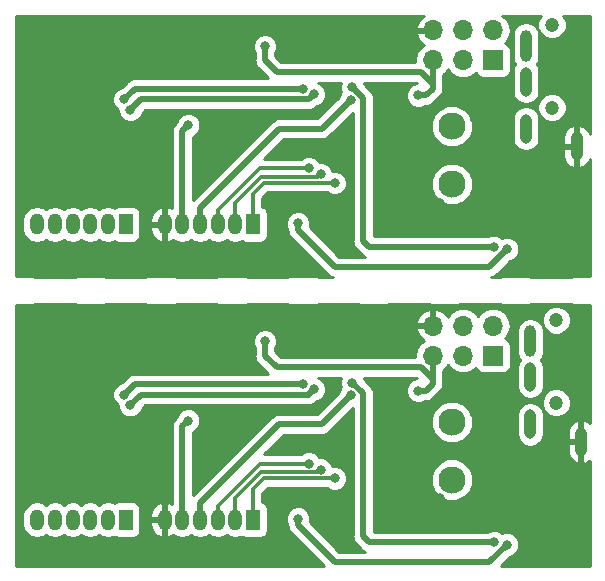
<source format=gbr>
G04 #@! TF.GenerationSoftware,KiCad,Pcbnew,(5.0.2)-1*
G04 #@! TF.CreationDate,2020-05-18T12:22:33+09:00*
G04 #@! TF.ProjectId,controller,636f6e74-726f-46c6-9c65-722e6b696361,rev?*
G04 #@! TF.SameCoordinates,Original*
G04 #@! TF.FileFunction,Copper,L1,Top*
G04 #@! TF.FilePolarity,Positive*
%FSLAX46Y46*%
G04 Gerber Fmt 4.6, Leading zero omitted, Abs format (unit mm)*
G04 Created by KiCad (PCBNEW (5.0.2)-1) date 2020/05/18 12:22:33*
%MOMM*%
%LPD*%
G01*
G04 APERTURE LIST*
G04 #@! TA.AperFunction,ComponentPad*
%ADD10C,1.200000*%
G04 #@! TD*
G04 #@! TA.AperFunction,ComponentPad*
%ADD11O,1.000000X2.700000*%
G04 #@! TD*
G04 #@! TA.AperFunction,ComponentPad*
%ADD12O,1.000000X2.500000*%
G04 #@! TD*
G04 #@! TA.AperFunction,ComponentPad*
%ADD13O,1.200000X1.800000*%
G04 #@! TD*
G04 #@! TA.AperFunction,ComponentPad*
%ADD14R,1.200000X1.800000*%
G04 #@! TD*
G04 #@! TA.AperFunction,ComponentPad*
%ADD15C,2.300000*%
G04 #@! TD*
G04 #@! TA.AperFunction,ComponentPad*
%ADD16O,1.700000X1.700000*%
G04 #@! TD*
G04 #@! TA.AperFunction,ComponentPad*
%ADD17R,1.700000X1.700000*%
G04 #@! TD*
G04 #@! TA.AperFunction,ViaPad*
%ADD18C,0.800000*%
G04 #@! TD*
G04 #@! TA.AperFunction,Conductor*
%ADD19C,0.500000*%
G04 #@! TD*
G04 #@! TA.AperFunction,Conductor*
%ADD20C,0.300000*%
G04 #@! TD*
G04 #@! TA.AperFunction,Conductor*
%ADD21C,0.254000*%
G04 #@! TD*
G04 APERTURE END LIST*
D10*
G04 #@! TO.P,J3,*
G04 #@! TO.N,*
X96450000Y-83500000D03*
X96450000Y-76500000D03*
D11*
G04 #@! TO.P,J3,R2*
G04 #@! TO.N,/Rx*
X94250000Y-78300000D03*
D12*
G04 #@! TO.P,J3,R1*
G04 #@! TO.N,/Tx*
X94250000Y-81300000D03*
G04 #@! TO.P,J3,T*
G04 #@! TO.N,+5V*
X94250000Y-85300000D03*
G04 #@! TO.P,J3,S*
G04 #@! TO.N,GND*
X98550000Y-86800000D03*
G04 #@! TD*
D13*
G04 #@! TO.P,J5,6*
G04 #@! TO.N,GND*
X63300000Y-93400000D03*
G04 #@! TO.P,J5,5*
G04 #@! TO.N,/READ*
X64800000Y-93400000D03*
G04 #@! TO.P,J5,4*
G04 #@! TO.N,/COL_EN*
X66300000Y-93400000D03*
G04 #@! TO.P,J5,3*
G04 #@! TO.N,/COL_C*
X67800000Y-93400000D03*
G04 #@! TO.P,J5,2*
G04 #@! TO.N,/COL_B*
X69300000Y-93400000D03*
D14*
G04 #@! TO.P,J5,1*
G04 #@! TO.N,/COL_A*
X70800000Y-93400000D03*
G04 #@! TD*
G04 #@! TO.P,J4,1*
G04 #@! TO.N,+5V*
X60000000Y-93400000D03*
D13*
G04 #@! TO.P,J4,2*
G04 #@! TO.N,/MUX_A*
X58500000Y-93400000D03*
G04 #@! TO.P,J4,3*
G04 #@! TO.N,/MUX_B*
X57000000Y-93400000D03*
G04 #@! TO.P,J4,4*
G04 #@! TO.N,/MUX_C*
X55500000Y-93400000D03*
G04 #@! TO.P,J4,5*
G04 #@! TO.N,/MUX_EN*
X54000000Y-93400000D03*
G04 #@! TO.P,J4,6*
G04 #@! TO.N,/DRAIN*
X52500000Y-93400000D03*
G04 #@! TD*
D15*
G04 #@! TO.P,Y1,2*
G04 #@! TO.N,Net-(C9-Pad1)*
X87600000Y-85100000D03*
G04 #@! TO.P,Y1,1*
G04 #@! TO.N,Net-(C8-Pad1)*
X87600000Y-90000000D03*
G04 #@! TD*
D16*
G04 #@! TO.P,J1,6*
G04 #@! TO.N,GND*
X86020000Y-76960000D03*
G04 #@! TO.P,J1,5*
G04 #@! TO.N,/RESET*
X86020000Y-79500000D03*
G04 #@! TO.P,J1,4*
G04 #@! TO.N,/MOSI*
X88560000Y-76960000D03*
G04 #@! TO.P,J1,3*
G04 #@! TO.N,/SCK*
X88560000Y-79500000D03*
G04 #@! TO.P,J1,2*
G04 #@! TO.N,+5V*
X91100000Y-76960000D03*
D17*
G04 #@! TO.P,J1,1*
G04 #@! TO.N,/MISO*
X91100000Y-79500000D03*
G04 #@! TD*
G04 #@! TO.P,J1,1*
G04 #@! TO.N,/MISO*
X91100000Y-54500000D03*
D16*
G04 #@! TO.P,J1,2*
G04 #@! TO.N,+5V*
X91100000Y-51960000D03*
G04 #@! TO.P,J1,3*
G04 #@! TO.N,/SCK*
X88560000Y-54500000D03*
G04 #@! TO.P,J1,4*
G04 #@! TO.N,/MOSI*
X88560000Y-51960000D03*
G04 #@! TO.P,J1,5*
G04 #@! TO.N,/RESET*
X86020000Y-54500000D03*
G04 #@! TO.P,J1,6*
G04 #@! TO.N,GND*
X86020000Y-51960000D03*
G04 #@! TD*
D15*
G04 #@! TO.P,Y1,1*
G04 #@! TO.N,Net-(C8-Pad1)*
X87600000Y-65000000D03*
G04 #@! TO.P,Y1,2*
G04 #@! TO.N,Net-(C9-Pad1)*
X87600000Y-60100000D03*
G04 #@! TD*
D12*
G04 #@! TO.P,J3,S*
G04 #@! TO.N,GND*
X98200000Y-61800000D03*
G04 #@! TO.P,J3,T*
G04 #@! TO.N,+5V*
X93900000Y-60300000D03*
G04 #@! TO.P,J3,R1*
G04 #@! TO.N,/Rx*
X93900000Y-56300000D03*
D11*
G04 #@! TO.P,J3,R2*
G04 #@! TO.N,/Tx*
X93900000Y-53300000D03*
D10*
G04 #@! TO.P,J3,*
G04 #@! TO.N,*
X96100000Y-51500000D03*
X96100000Y-58500000D03*
G04 #@! TD*
D13*
G04 #@! TO.P,J4,6*
G04 #@! TO.N,/DRAIN*
X52500000Y-68400000D03*
G04 #@! TO.P,J4,5*
G04 #@! TO.N,/MUX_EN*
X54000000Y-68400000D03*
G04 #@! TO.P,J4,4*
G04 #@! TO.N,/MUX_C*
X55500000Y-68400000D03*
G04 #@! TO.P,J4,3*
G04 #@! TO.N,/MUX_B*
X57000000Y-68400000D03*
G04 #@! TO.P,J4,2*
G04 #@! TO.N,/MUX_A*
X58500000Y-68400000D03*
D14*
G04 #@! TO.P,J4,1*
G04 #@! TO.N,+5V*
X60000000Y-68400000D03*
G04 #@! TD*
G04 #@! TO.P,J5,1*
G04 #@! TO.N,/COL_A*
X70800000Y-68400000D03*
D13*
G04 #@! TO.P,J5,2*
G04 #@! TO.N,/COL_B*
X69300000Y-68400000D03*
G04 #@! TO.P,J5,3*
G04 #@! TO.N,/COL_C*
X67800000Y-68400000D03*
G04 #@! TO.P,J5,4*
G04 #@! TO.N,/COL_EN*
X66300000Y-68400000D03*
G04 #@! TO.P,J5,5*
G04 #@! TO.N,/READ*
X64800000Y-68400000D03*
G04 #@! TO.P,J5,6*
G04 #@! TO.N,GND*
X63300000Y-68400000D03*
G04 #@! TD*
D18*
G04 #@! TO.N,GND*
X84900000Y-61900000D03*
X86600000Y-58200000D03*
X86600001Y-66600001D03*
X90072287Y-66600001D03*
X90200000Y-58200000D03*
X92225010Y-61900000D03*
X92225010Y-58887037D03*
X86600000Y-83200000D03*
X90200000Y-83200000D03*
X90072287Y-91600001D03*
X92225010Y-86900000D03*
X92225010Y-83887037D03*
X84900000Y-86900000D03*
X86600001Y-91600001D03*
G04 #@! TO.N,/READ*
X65300000Y-60000000D03*
X65300000Y-85000000D03*
G04 #@! TO.N,/COL_EN*
X79048952Y-57851048D03*
X79048952Y-82851048D03*
G04 #@! TO.N,/COL_C*
X75500000Y-63649979D03*
X75500000Y-88649979D03*
G04 #@! TO.N,/COL_B*
X76500000Y-64149990D03*
X76500000Y-89149990D03*
G04 #@! TO.N,/COL_A*
X77700000Y-64900000D03*
X77700000Y-89900000D03*
G04 #@! TO.N,/RESET*
X84777952Y-57477951D03*
X71800000Y-53300000D03*
X84777952Y-82477951D03*
X71800000Y-78300000D03*
G04 #@! TO.N,/CLKLED*
X74600000Y-68300000D03*
X92300000Y-70500000D03*
X74600000Y-93300000D03*
X92300000Y-95500000D03*
G04 #@! TO.N,/RXLED*
X91200000Y-70300000D03*
X79200000Y-56800000D03*
X79200000Y-81800000D03*
X91200000Y-95300000D03*
G04 #@! TO.N,/D+*
X59900000Y-57800000D03*
X75050010Y-56915644D03*
X75050010Y-81915644D03*
X59900000Y-82800000D03*
G04 #@! TO.N,/D-*
X60400000Y-58700000D03*
X75941848Y-57368026D03*
X60400000Y-83700000D03*
X75941848Y-82368026D03*
G04 #@! TD*
D19*
G04 #@! TO.N,GND*
X84900000Y-61900000D02*
X84900000Y-59900000D01*
X84900000Y-59900000D02*
X86600000Y-58200000D01*
X84900000Y-84900000D02*
X86600000Y-83200000D01*
X84900000Y-86900000D02*
X84900000Y-84900000D01*
G04 #@! TO.N,/READ*
X64800000Y-60500000D02*
X64800000Y-68400000D01*
X65300000Y-60000000D02*
X64800000Y-60500000D01*
X65300000Y-85000000D02*
X64800000Y-85500000D01*
X64800000Y-85500000D02*
X64800000Y-93400000D01*
G04 #@! TO.N,/COL_EN*
X76600000Y-60300000D02*
X78648953Y-58251047D01*
X66300000Y-67000000D02*
X73000000Y-60300000D01*
X66300000Y-68400000D02*
X66300000Y-67000000D01*
X78648953Y-58251047D02*
X79048952Y-57851048D01*
X73000000Y-60300000D02*
X76600000Y-60300000D01*
X66300000Y-92000000D02*
X73000000Y-85300000D01*
X73000000Y-85300000D02*
X76600000Y-85300000D01*
X66300000Y-93400000D02*
X66300000Y-92000000D01*
X76600000Y-85300000D02*
X78648953Y-83251047D01*
X78648953Y-83251047D02*
X79048952Y-82851048D01*
D20*
G04 #@! TO.N,/COL_C*
X67800000Y-67200000D02*
X71350021Y-63649979D01*
X71350021Y-63649979D02*
X74934315Y-63649979D01*
X74934315Y-63649979D02*
X75500000Y-63649979D01*
X67800000Y-68400000D02*
X67800000Y-67200000D01*
X67800000Y-92200000D02*
X71350021Y-88649979D01*
X67800000Y-93400000D02*
X67800000Y-92200000D01*
X74934315Y-88649979D02*
X75500000Y-88649979D01*
X71350021Y-88649979D02*
X74934315Y-88649979D01*
G04 #@! TO.N,/COL_B*
X71492889Y-64399989D02*
X76250001Y-64399989D01*
X76250001Y-64399989D02*
X76500000Y-64149990D01*
X69300000Y-66592878D02*
X71492889Y-64399989D01*
X69300000Y-68400000D02*
X69300000Y-66592878D01*
X76250001Y-89399989D02*
X76500000Y-89149990D01*
X69300000Y-91592878D02*
X71492889Y-89399989D01*
X69300000Y-93400000D02*
X69300000Y-91592878D01*
X71492889Y-89399989D02*
X76250001Y-89399989D01*
G04 #@! TO.N,/COL_A*
X70800000Y-68400000D02*
X70800000Y-65800000D01*
X71700000Y-64900000D02*
X77700000Y-64900000D01*
X70800000Y-65800000D02*
X71700000Y-64900000D01*
X71700000Y-89900000D02*
X77700000Y-89900000D01*
X70800000Y-90800000D02*
X71700000Y-89900000D01*
X70800000Y-93400000D02*
X70800000Y-90800000D01*
D19*
G04 #@! TO.N,/RESET*
X86020000Y-55702081D02*
X86000000Y-55722081D01*
X86020000Y-54500000D02*
X86020000Y-55702081D01*
X86000000Y-55722081D02*
X86000000Y-56900000D01*
X85422049Y-57477951D02*
X84777952Y-57477951D01*
X86000000Y-56900000D02*
X85422049Y-57477951D01*
X86000000Y-56900000D02*
X86000000Y-56500000D01*
X86000000Y-56500000D02*
X85000000Y-55500000D01*
X85000000Y-55500000D02*
X72800000Y-55500000D01*
X72800000Y-55500000D02*
X71800000Y-54500000D01*
X71800000Y-54500000D02*
X71800000Y-53300000D01*
X71800000Y-79500000D02*
X71800000Y-78300000D01*
X85000000Y-80500000D02*
X72800000Y-80500000D01*
X72800000Y-80500000D02*
X71800000Y-79500000D01*
X86020000Y-79500000D02*
X86020000Y-80702081D01*
X86000000Y-80722081D02*
X86000000Y-81900000D01*
X85422049Y-82477951D02*
X84777952Y-82477951D01*
X86000000Y-81900000D02*
X85422049Y-82477951D01*
X86000000Y-81900000D02*
X86000000Y-81500000D01*
X86020000Y-80702081D02*
X86000000Y-80722081D01*
X86000000Y-81500000D02*
X85000000Y-80500000D01*
G04 #@! TO.N,/CLKLED*
X74600000Y-68865685D02*
X77734315Y-72000000D01*
X74600000Y-68300000D02*
X74600000Y-68865685D01*
X77734315Y-72000000D02*
X90800000Y-72000000D01*
X90800000Y-72000000D02*
X92300000Y-70500000D01*
X77734315Y-97000000D02*
X90800000Y-97000000D01*
X90800000Y-97000000D02*
X92300000Y-95500000D01*
X74600000Y-93865685D02*
X77734315Y-97000000D01*
X74600000Y-93300000D02*
X74600000Y-93865685D01*
G04 #@! TO.N,/RXLED*
X91200000Y-70300000D02*
X90634315Y-70300000D01*
X90634315Y-70300000D02*
X80600000Y-70300000D01*
X80600000Y-70300000D02*
X80100000Y-69800000D01*
X80100000Y-57700000D02*
X79200000Y-56800000D01*
X80100000Y-69800000D02*
X80100000Y-57700000D01*
X90634315Y-95300000D02*
X80600000Y-95300000D01*
X80600000Y-95300000D02*
X80100000Y-94800000D01*
X80100000Y-94800000D02*
X80100000Y-82700000D01*
X91200000Y-95300000D02*
X90634315Y-95300000D01*
X80100000Y-82700000D02*
X79200000Y-81800000D01*
G04 #@! TO.N,/D+*
X59900000Y-57800000D02*
X60784356Y-56915644D01*
X74484325Y-56915644D02*
X75050010Y-56915644D01*
X60784356Y-56915644D02*
X74484325Y-56915644D01*
X59900000Y-82800000D02*
X60784356Y-81915644D01*
X74484325Y-81915644D02*
X75050010Y-81915644D01*
X60784356Y-81915644D02*
X74484325Y-81915644D01*
G04 #@! TO.N,/D-*
X60400000Y-58700000D02*
X61300000Y-57800000D01*
X61300000Y-57800000D02*
X75509874Y-57800000D01*
X75541849Y-57768025D02*
X75941848Y-57368026D01*
X75509874Y-57800000D02*
X75541849Y-57768025D01*
X60400000Y-83700000D02*
X61300000Y-82800000D01*
X75541849Y-82768025D02*
X75941848Y-82368026D01*
X75509874Y-82800000D02*
X75541849Y-82768025D01*
X61300000Y-82800000D02*
X75509874Y-82800000D01*
G04 #@! TD*
D21*
G04 #@! TO.N,GND*
G36*
X95053018Y-50800429D02*
X94865000Y-51254343D01*
X94865000Y-51745657D01*
X95053018Y-52199571D01*
X95400429Y-52546982D01*
X95854343Y-52735000D01*
X96345657Y-52735000D01*
X96799571Y-52546982D01*
X97146982Y-52199571D01*
X97335000Y-51745657D01*
X97335000Y-51254343D01*
X97146982Y-50800429D01*
X97056553Y-50710000D01*
X99290001Y-50710000D01*
X99290001Y-60781440D01*
X99200002Y-60498322D01*
X98912763Y-60157632D01*
X98501874Y-59955881D01*
X98327000Y-60082046D01*
X98327000Y-61673000D01*
X98347000Y-61673000D01*
X98347000Y-61927000D01*
X98327000Y-61927000D01*
X98327000Y-63517954D01*
X98501874Y-63644119D01*
X98912763Y-63442368D01*
X99200002Y-63101678D01*
X99290000Y-62818560D01*
X99290000Y-72790000D01*
X97930074Y-72790000D01*
X97861491Y-72803642D01*
X97861487Y-72803642D01*
X97670145Y-72841702D01*
X97594585Y-72873000D01*
X94405416Y-72873000D01*
X94329856Y-72841702D01*
X94138513Y-72803642D01*
X94138509Y-72803642D01*
X94069926Y-72790000D01*
X91930074Y-72790000D01*
X91861491Y-72803642D01*
X91861487Y-72803642D01*
X91670145Y-72841702D01*
X91594585Y-72873000D01*
X90947493Y-72873000D01*
X91145310Y-72833652D01*
X91438049Y-72638049D01*
X91487425Y-72564153D01*
X92524148Y-71527431D01*
X92886280Y-71377431D01*
X93177431Y-71086280D01*
X93335000Y-70705874D01*
X93335000Y-70294126D01*
X93177431Y-69913720D01*
X92886280Y-69622569D01*
X92505874Y-69465000D01*
X92094126Y-69465000D01*
X91906449Y-69542738D01*
X91786280Y-69422569D01*
X91405874Y-69265000D01*
X90994126Y-69265000D01*
X90631993Y-69415000D01*
X80985000Y-69415000D01*
X80985000Y-64644941D01*
X85815000Y-64644941D01*
X85815000Y-65355059D01*
X86086750Y-66011121D01*
X86588879Y-66513250D01*
X87244941Y-66785000D01*
X87955059Y-66785000D01*
X88611121Y-66513250D01*
X89113250Y-66011121D01*
X89385000Y-65355059D01*
X89385000Y-64644941D01*
X89113250Y-63988879D01*
X88611121Y-63486750D01*
X87955059Y-63215000D01*
X87244941Y-63215000D01*
X86588879Y-63486750D01*
X86086750Y-63988879D01*
X85815000Y-64644941D01*
X80985000Y-64644941D01*
X80985000Y-59744941D01*
X85815000Y-59744941D01*
X85815000Y-60455059D01*
X86086750Y-61111121D01*
X86588879Y-61613250D01*
X87244941Y-61885000D01*
X87955059Y-61885000D01*
X88611121Y-61613250D01*
X89113250Y-61111121D01*
X89385000Y-60455059D01*
X89385000Y-59744941D01*
X89257951Y-59438217D01*
X92765000Y-59438217D01*
X92765000Y-61161782D01*
X92830854Y-61492854D01*
X93081711Y-61868289D01*
X93457145Y-62119146D01*
X93900000Y-62207235D01*
X94342854Y-62119146D01*
X94630421Y-61927000D01*
X97065000Y-61927000D01*
X97065000Y-62677000D01*
X97199998Y-63101678D01*
X97487237Y-63442368D01*
X97898126Y-63644119D01*
X98073000Y-63517954D01*
X98073000Y-61927000D01*
X97065000Y-61927000D01*
X94630421Y-61927000D01*
X94718289Y-61868289D01*
X94969146Y-61492855D01*
X95035000Y-61161783D01*
X95035000Y-60923000D01*
X97065000Y-60923000D01*
X97065000Y-61673000D01*
X98073000Y-61673000D01*
X98073000Y-60082046D01*
X97898126Y-59955881D01*
X97487237Y-60157632D01*
X97199998Y-60498322D01*
X97065000Y-60923000D01*
X95035000Y-60923000D01*
X95035000Y-59438217D01*
X94969146Y-59107145D01*
X94718289Y-58731711D01*
X94342855Y-58480854D01*
X93900000Y-58392765D01*
X93457146Y-58480854D01*
X93081712Y-58731711D01*
X92830855Y-59107145D01*
X92765000Y-59438217D01*
X89257951Y-59438217D01*
X89113250Y-59088879D01*
X88611121Y-58586750D01*
X87955059Y-58315000D01*
X87244941Y-58315000D01*
X86588879Y-58586750D01*
X86086750Y-59088879D01*
X85815000Y-59744941D01*
X80985000Y-59744941D01*
X80985000Y-57787159D01*
X81002337Y-57699999D01*
X80985000Y-57612839D01*
X80985000Y-57612835D01*
X80933652Y-57354690D01*
X80838977Y-57212999D01*
X80787424Y-57135845D01*
X80787423Y-57135844D01*
X80738049Y-57061951D01*
X80664156Y-57012577D01*
X80227431Y-56575852D01*
X80148377Y-56385000D01*
X84633422Y-56385000D01*
X84691373Y-56442951D01*
X84572078Y-56442951D01*
X84191672Y-56600520D01*
X83900521Y-56891671D01*
X83742952Y-57272077D01*
X83742952Y-57683825D01*
X83900521Y-58064231D01*
X84191672Y-58355382D01*
X84572078Y-58512951D01*
X84983826Y-58512951D01*
X85342367Y-58364439D01*
X85422049Y-58380288D01*
X85509210Y-58362951D01*
X85509214Y-58362951D01*
X85767359Y-58311603D01*
X85853054Y-58254343D01*
X94865000Y-58254343D01*
X94865000Y-58745657D01*
X95053018Y-59199571D01*
X95400429Y-59546982D01*
X95854343Y-59735000D01*
X96345657Y-59735000D01*
X96799571Y-59546982D01*
X97146982Y-59199571D01*
X97335000Y-58745657D01*
X97335000Y-58254343D01*
X97146982Y-57800429D01*
X96799571Y-57453018D01*
X96345657Y-57265000D01*
X95854343Y-57265000D01*
X95400429Y-57453018D01*
X95053018Y-57800429D01*
X94865000Y-58254343D01*
X85853054Y-58254343D01*
X86060098Y-58116000D01*
X86109474Y-58042105D01*
X86564156Y-57587423D01*
X86638049Y-57538049D01*
X86693748Y-57454691D01*
X86820495Y-57265000D01*
X86833652Y-57245310D01*
X86885000Y-56987165D01*
X86885000Y-56987161D01*
X86902337Y-56900001D01*
X86885000Y-56812841D01*
X86885000Y-56587161D01*
X86902337Y-56500000D01*
X86885000Y-56412839D01*
X86885000Y-55889793D01*
X86905000Y-55789246D01*
X86905000Y-55789241D01*
X86922337Y-55702082D01*
X86918999Y-55685302D01*
X87090625Y-55570625D01*
X87290000Y-55272239D01*
X87489375Y-55570625D01*
X87980582Y-55898839D01*
X88413744Y-55985000D01*
X88706256Y-55985000D01*
X89139418Y-55898839D01*
X89630625Y-55570625D01*
X89642816Y-55552381D01*
X89651843Y-55597765D01*
X89792191Y-55807809D01*
X90002235Y-55948157D01*
X90250000Y-55997440D01*
X91950000Y-55997440D01*
X92197765Y-55948157D01*
X92407809Y-55807809D01*
X92548157Y-55597765D01*
X92597440Y-55350000D01*
X92597440Y-53650000D01*
X92548157Y-53402235D01*
X92407809Y-53192191D01*
X92197765Y-53051843D01*
X92152381Y-53042816D01*
X92170625Y-53030625D01*
X92498839Y-52539418D01*
X92538860Y-52338217D01*
X92765000Y-52338217D01*
X92765000Y-54261782D01*
X92830854Y-54592854D01*
X93002673Y-54850001D01*
X92830855Y-55107145D01*
X92765000Y-55438217D01*
X92765000Y-57161782D01*
X92830854Y-57492854D01*
X93081711Y-57868289D01*
X93457145Y-58119146D01*
X93900000Y-58207235D01*
X94342854Y-58119146D01*
X94718289Y-57868289D01*
X94969146Y-57492855D01*
X95035000Y-57161783D01*
X95035000Y-55438217D01*
X94969146Y-55107145D01*
X94797327Y-54850000D01*
X94969146Y-54592855D01*
X95035000Y-54261783D01*
X95035000Y-52338217D01*
X94969146Y-52007145D01*
X94718289Y-51631711D01*
X94342855Y-51380854D01*
X93900000Y-51292765D01*
X93457146Y-51380854D01*
X93081712Y-51631711D01*
X92830855Y-52007145D01*
X92765000Y-52338217D01*
X92538860Y-52338217D01*
X92614092Y-51960000D01*
X92498839Y-51380582D01*
X92170625Y-50889375D01*
X91902171Y-50710000D01*
X95143447Y-50710000D01*
X95053018Y-50800429D01*
X95053018Y-50800429D01*
G37*
X95053018Y-50800429D02*
X94865000Y-51254343D01*
X94865000Y-51745657D01*
X95053018Y-52199571D01*
X95400429Y-52546982D01*
X95854343Y-52735000D01*
X96345657Y-52735000D01*
X96799571Y-52546982D01*
X97146982Y-52199571D01*
X97335000Y-51745657D01*
X97335000Y-51254343D01*
X97146982Y-50800429D01*
X97056553Y-50710000D01*
X99290001Y-50710000D01*
X99290001Y-60781440D01*
X99200002Y-60498322D01*
X98912763Y-60157632D01*
X98501874Y-59955881D01*
X98327000Y-60082046D01*
X98327000Y-61673000D01*
X98347000Y-61673000D01*
X98347000Y-61927000D01*
X98327000Y-61927000D01*
X98327000Y-63517954D01*
X98501874Y-63644119D01*
X98912763Y-63442368D01*
X99200002Y-63101678D01*
X99290000Y-62818560D01*
X99290000Y-72790000D01*
X97930074Y-72790000D01*
X97861491Y-72803642D01*
X97861487Y-72803642D01*
X97670145Y-72841702D01*
X97594585Y-72873000D01*
X94405416Y-72873000D01*
X94329856Y-72841702D01*
X94138513Y-72803642D01*
X94138509Y-72803642D01*
X94069926Y-72790000D01*
X91930074Y-72790000D01*
X91861491Y-72803642D01*
X91861487Y-72803642D01*
X91670145Y-72841702D01*
X91594585Y-72873000D01*
X90947493Y-72873000D01*
X91145310Y-72833652D01*
X91438049Y-72638049D01*
X91487425Y-72564153D01*
X92524148Y-71527431D01*
X92886280Y-71377431D01*
X93177431Y-71086280D01*
X93335000Y-70705874D01*
X93335000Y-70294126D01*
X93177431Y-69913720D01*
X92886280Y-69622569D01*
X92505874Y-69465000D01*
X92094126Y-69465000D01*
X91906449Y-69542738D01*
X91786280Y-69422569D01*
X91405874Y-69265000D01*
X90994126Y-69265000D01*
X90631993Y-69415000D01*
X80985000Y-69415000D01*
X80985000Y-64644941D01*
X85815000Y-64644941D01*
X85815000Y-65355059D01*
X86086750Y-66011121D01*
X86588879Y-66513250D01*
X87244941Y-66785000D01*
X87955059Y-66785000D01*
X88611121Y-66513250D01*
X89113250Y-66011121D01*
X89385000Y-65355059D01*
X89385000Y-64644941D01*
X89113250Y-63988879D01*
X88611121Y-63486750D01*
X87955059Y-63215000D01*
X87244941Y-63215000D01*
X86588879Y-63486750D01*
X86086750Y-63988879D01*
X85815000Y-64644941D01*
X80985000Y-64644941D01*
X80985000Y-59744941D01*
X85815000Y-59744941D01*
X85815000Y-60455059D01*
X86086750Y-61111121D01*
X86588879Y-61613250D01*
X87244941Y-61885000D01*
X87955059Y-61885000D01*
X88611121Y-61613250D01*
X89113250Y-61111121D01*
X89385000Y-60455059D01*
X89385000Y-59744941D01*
X89257951Y-59438217D01*
X92765000Y-59438217D01*
X92765000Y-61161782D01*
X92830854Y-61492854D01*
X93081711Y-61868289D01*
X93457145Y-62119146D01*
X93900000Y-62207235D01*
X94342854Y-62119146D01*
X94630421Y-61927000D01*
X97065000Y-61927000D01*
X97065000Y-62677000D01*
X97199998Y-63101678D01*
X97487237Y-63442368D01*
X97898126Y-63644119D01*
X98073000Y-63517954D01*
X98073000Y-61927000D01*
X97065000Y-61927000D01*
X94630421Y-61927000D01*
X94718289Y-61868289D01*
X94969146Y-61492855D01*
X95035000Y-61161783D01*
X95035000Y-60923000D01*
X97065000Y-60923000D01*
X97065000Y-61673000D01*
X98073000Y-61673000D01*
X98073000Y-60082046D01*
X97898126Y-59955881D01*
X97487237Y-60157632D01*
X97199998Y-60498322D01*
X97065000Y-60923000D01*
X95035000Y-60923000D01*
X95035000Y-59438217D01*
X94969146Y-59107145D01*
X94718289Y-58731711D01*
X94342855Y-58480854D01*
X93900000Y-58392765D01*
X93457146Y-58480854D01*
X93081712Y-58731711D01*
X92830855Y-59107145D01*
X92765000Y-59438217D01*
X89257951Y-59438217D01*
X89113250Y-59088879D01*
X88611121Y-58586750D01*
X87955059Y-58315000D01*
X87244941Y-58315000D01*
X86588879Y-58586750D01*
X86086750Y-59088879D01*
X85815000Y-59744941D01*
X80985000Y-59744941D01*
X80985000Y-57787159D01*
X81002337Y-57699999D01*
X80985000Y-57612839D01*
X80985000Y-57612835D01*
X80933652Y-57354690D01*
X80838977Y-57212999D01*
X80787424Y-57135845D01*
X80787423Y-57135844D01*
X80738049Y-57061951D01*
X80664156Y-57012577D01*
X80227431Y-56575852D01*
X80148377Y-56385000D01*
X84633422Y-56385000D01*
X84691373Y-56442951D01*
X84572078Y-56442951D01*
X84191672Y-56600520D01*
X83900521Y-56891671D01*
X83742952Y-57272077D01*
X83742952Y-57683825D01*
X83900521Y-58064231D01*
X84191672Y-58355382D01*
X84572078Y-58512951D01*
X84983826Y-58512951D01*
X85342367Y-58364439D01*
X85422049Y-58380288D01*
X85509210Y-58362951D01*
X85509214Y-58362951D01*
X85767359Y-58311603D01*
X85853054Y-58254343D01*
X94865000Y-58254343D01*
X94865000Y-58745657D01*
X95053018Y-59199571D01*
X95400429Y-59546982D01*
X95854343Y-59735000D01*
X96345657Y-59735000D01*
X96799571Y-59546982D01*
X97146982Y-59199571D01*
X97335000Y-58745657D01*
X97335000Y-58254343D01*
X97146982Y-57800429D01*
X96799571Y-57453018D01*
X96345657Y-57265000D01*
X95854343Y-57265000D01*
X95400429Y-57453018D01*
X95053018Y-57800429D01*
X94865000Y-58254343D01*
X85853054Y-58254343D01*
X86060098Y-58116000D01*
X86109474Y-58042105D01*
X86564156Y-57587423D01*
X86638049Y-57538049D01*
X86693748Y-57454691D01*
X86820495Y-57265000D01*
X86833652Y-57245310D01*
X86885000Y-56987165D01*
X86885000Y-56987161D01*
X86902337Y-56900001D01*
X86885000Y-56812841D01*
X86885000Y-56587161D01*
X86902337Y-56500000D01*
X86885000Y-56412839D01*
X86885000Y-55889793D01*
X86905000Y-55789246D01*
X86905000Y-55789241D01*
X86922337Y-55702082D01*
X86918999Y-55685302D01*
X87090625Y-55570625D01*
X87290000Y-55272239D01*
X87489375Y-55570625D01*
X87980582Y-55898839D01*
X88413744Y-55985000D01*
X88706256Y-55985000D01*
X89139418Y-55898839D01*
X89630625Y-55570625D01*
X89642816Y-55552381D01*
X89651843Y-55597765D01*
X89792191Y-55807809D01*
X90002235Y-55948157D01*
X90250000Y-55997440D01*
X91950000Y-55997440D01*
X92197765Y-55948157D01*
X92407809Y-55807809D01*
X92548157Y-55597765D01*
X92597440Y-55350000D01*
X92597440Y-53650000D01*
X92548157Y-53402235D01*
X92407809Y-53192191D01*
X92197765Y-53051843D01*
X92152381Y-53042816D01*
X92170625Y-53030625D01*
X92498839Y-52539418D01*
X92538860Y-52338217D01*
X92765000Y-52338217D01*
X92765000Y-54261782D01*
X92830854Y-54592854D01*
X93002673Y-54850001D01*
X92830855Y-55107145D01*
X92765000Y-55438217D01*
X92765000Y-57161782D01*
X92830854Y-57492854D01*
X93081711Y-57868289D01*
X93457145Y-58119146D01*
X93900000Y-58207235D01*
X94342854Y-58119146D01*
X94718289Y-57868289D01*
X94969146Y-57492855D01*
X95035000Y-57161783D01*
X95035000Y-55438217D01*
X94969146Y-55107145D01*
X94797327Y-54850000D01*
X94969146Y-54592855D01*
X95035000Y-54261783D01*
X95035000Y-52338217D01*
X94969146Y-52007145D01*
X94718289Y-51631711D01*
X94342855Y-51380854D01*
X93900000Y-51292765D01*
X93457146Y-51380854D01*
X93081712Y-51631711D01*
X92830855Y-52007145D01*
X92765000Y-52338217D01*
X92538860Y-52338217D01*
X92614092Y-51960000D01*
X92498839Y-51380582D01*
X92170625Y-50889375D01*
X91902171Y-50710000D01*
X95143447Y-50710000D01*
X95053018Y-50800429D01*
G36*
X84824817Y-51078642D02*
X84578514Y-51603108D01*
X84699181Y-51833000D01*
X85893000Y-51833000D01*
X85893000Y-51813000D01*
X86147000Y-51813000D01*
X86147000Y-51833000D01*
X86167000Y-51833000D01*
X86167000Y-52087000D01*
X86147000Y-52087000D01*
X86147000Y-52107000D01*
X85893000Y-52107000D01*
X85893000Y-52087000D01*
X84699181Y-52087000D01*
X84578514Y-52316892D01*
X84824817Y-52841358D01*
X85249786Y-53228647D01*
X84949375Y-53429375D01*
X84621161Y-53920582D01*
X84505908Y-54500000D01*
X84528783Y-54615000D01*
X73166579Y-54615000D01*
X72685000Y-54133422D01*
X72685000Y-53868007D01*
X72835000Y-53505874D01*
X72835000Y-53094126D01*
X72677431Y-52713720D01*
X72386280Y-52422569D01*
X72005874Y-52265000D01*
X71594126Y-52265000D01*
X71213720Y-52422569D01*
X70922569Y-52713720D01*
X70765000Y-53094126D01*
X70765000Y-53505874D01*
X70915001Y-53868008D01*
X70915000Y-54412839D01*
X70897663Y-54500000D01*
X70915000Y-54587161D01*
X70915000Y-54587164D01*
X70966348Y-54845309D01*
X71161951Y-55138049D01*
X71235847Y-55187425D01*
X72079065Y-56030644D01*
X60871515Y-56030644D01*
X60784355Y-56013307D01*
X60697195Y-56030644D01*
X60697191Y-56030644D01*
X60439046Y-56081992D01*
X60439044Y-56081993D01*
X60439045Y-56081993D01*
X60220201Y-56228220D01*
X60220200Y-56228221D01*
X60146307Y-56277595D01*
X60096933Y-56351488D01*
X59675852Y-56772569D01*
X59313720Y-56922569D01*
X59022569Y-57213720D01*
X58865000Y-57594126D01*
X58865000Y-58005874D01*
X59022569Y-58386280D01*
X59313720Y-58677431D01*
X59365000Y-58698672D01*
X59365000Y-58905874D01*
X59522569Y-59286280D01*
X59813720Y-59577431D01*
X60194126Y-59735000D01*
X60605874Y-59735000D01*
X60986280Y-59577431D01*
X61277431Y-59286280D01*
X61427431Y-58924148D01*
X61666579Y-58685000D01*
X75422713Y-58685000D01*
X75509874Y-58702337D01*
X75597035Y-58685000D01*
X75597039Y-58685000D01*
X75855184Y-58633652D01*
X76147923Y-58438049D01*
X76180357Y-58389508D01*
X76528128Y-58245457D01*
X76819279Y-57954306D01*
X76976848Y-57573900D01*
X76976848Y-57162152D01*
X76819279Y-56781746D01*
X76528128Y-56490595D01*
X76273199Y-56385000D01*
X78251623Y-56385000D01*
X78165000Y-56594126D01*
X78165000Y-57005874D01*
X78242738Y-57193551D01*
X78171521Y-57264768D01*
X78021522Y-57626899D01*
X76233422Y-59415000D01*
X73087161Y-59415000D01*
X73000000Y-59397663D01*
X72912839Y-59415000D01*
X72912835Y-59415000D01*
X72654690Y-59466348D01*
X72435845Y-59612576D01*
X72435844Y-59612577D01*
X72361951Y-59661951D01*
X72312577Y-59735844D01*
X65735845Y-66312577D01*
X65685000Y-66346551D01*
X65685000Y-60960804D01*
X65886280Y-60877431D01*
X66177431Y-60586280D01*
X66335000Y-60205874D01*
X66335000Y-59794126D01*
X66177431Y-59413720D01*
X65886280Y-59122569D01*
X65505874Y-58965000D01*
X65094126Y-58965000D01*
X64713720Y-59122569D01*
X64422569Y-59413720D01*
X64272569Y-59775853D01*
X64235847Y-59812575D01*
X64161951Y-59861951D01*
X63966348Y-60154691D01*
X63915000Y-60412836D01*
X63915000Y-60412839D01*
X63897663Y-60500000D01*
X63915000Y-60587161D01*
X63915001Y-67047799D01*
X63655281Y-66910408D01*
X63617609Y-66906538D01*
X63427000Y-67031269D01*
X63427000Y-68273000D01*
X63447000Y-68273000D01*
X63447000Y-68527000D01*
X63427000Y-68527000D01*
X63427000Y-69768731D01*
X63617609Y-69893462D01*
X63655281Y-69889592D01*
X64047160Y-69682290D01*
X64318127Y-69863344D01*
X64800000Y-69959195D01*
X65281872Y-69863344D01*
X65550000Y-69684187D01*
X65818127Y-69863344D01*
X66300000Y-69959195D01*
X66781872Y-69863344D01*
X67050000Y-69684187D01*
X67318127Y-69863344D01*
X67800000Y-69959195D01*
X68281872Y-69863344D01*
X68550000Y-69684187D01*
X68818127Y-69863344D01*
X69300000Y-69959195D01*
X69781872Y-69863344D01*
X69841003Y-69823834D01*
X69952235Y-69898157D01*
X70200000Y-69947440D01*
X71400000Y-69947440D01*
X71647765Y-69898157D01*
X71857809Y-69757809D01*
X71998157Y-69547765D01*
X72047440Y-69300000D01*
X72047440Y-67500000D01*
X71998157Y-67252235D01*
X71857809Y-67042191D01*
X71647765Y-66901843D01*
X71585000Y-66889358D01*
X71585000Y-66125157D01*
X72025158Y-65685000D01*
X77021289Y-65685000D01*
X77113720Y-65777431D01*
X77494126Y-65935000D01*
X77905874Y-65935000D01*
X78286280Y-65777431D01*
X78577431Y-65486280D01*
X78735000Y-65105874D01*
X78735000Y-64694126D01*
X78577431Y-64313720D01*
X78286280Y-64022569D01*
X77905874Y-63865000D01*
X77502229Y-63865000D01*
X77377431Y-63563710D01*
X77086280Y-63272559D01*
X76705874Y-63114990D01*
X76398676Y-63114990D01*
X76377431Y-63063699D01*
X76086280Y-62772548D01*
X75705874Y-62614979D01*
X75294126Y-62614979D01*
X74913720Y-62772548D01*
X74821289Y-62864979D01*
X71686600Y-62864979D01*
X73366579Y-61185000D01*
X76512839Y-61185000D01*
X76600000Y-61202337D01*
X76687161Y-61185000D01*
X76687165Y-61185000D01*
X76945310Y-61133652D01*
X77238049Y-60938049D01*
X77287425Y-60864153D01*
X79215001Y-58936578D01*
X79215000Y-69712839D01*
X79197663Y-69800000D01*
X79215000Y-69887161D01*
X79215000Y-69887164D01*
X79266348Y-70145309D01*
X79461951Y-70438049D01*
X79535847Y-70487425D01*
X79912575Y-70864153D01*
X79961951Y-70938049D01*
X80226775Y-71115000D01*
X78100894Y-71115000D01*
X75593048Y-68607155D01*
X75635000Y-68505874D01*
X75635000Y-68094126D01*
X75477431Y-67713720D01*
X75186280Y-67422569D01*
X74805874Y-67265000D01*
X74394126Y-67265000D01*
X74013720Y-67422569D01*
X73722569Y-67713720D01*
X73565000Y-68094126D01*
X73565000Y-68505874D01*
X73702975Y-68838977D01*
X73697663Y-68865685D01*
X73715000Y-68952846D01*
X73715000Y-68952850D01*
X73766348Y-69210995D01*
X73819103Y-69289947D01*
X73907719Y-69422569D01*
X73961952Y-69503734D01*
X74035845Y-69553108D01*
X77046892Y-72564156D01*
X77096266Y-72638049D01*
X77170159Y-72687423D01*
X77170160Y-72687424D01*
X77385328Y-72831195D01*
X77389005Y-72833652D01*
X77586822Y-72873000D01*
X76405416Y-72873000D01*
X76329856Y-72841702D01*
X76138513Y-72803642D01*
X76138509Y-72803642D01*
X76069926Y-72790000D01*
X73930074Y-72790000D01*
X73861491Y-72803642D01*
X73861487Y-72803642D01*
X73670145Y-72841702D01*
X73594585Y-72873000D01*
X70405416Y-72873000D01*
X70329856Y-72841702D01*
X70138513Y-72803642D01*
X70138509Y-72803642D01*
X70069926Y-72790000D01*
X67930074Y-72790000D01*
X67861491Y-72803642D01*
X67861487Y-72803642D01*
X67670145Y-72841702D01*
X67594585Y-72873000D01*
X64405416Y-72873000D01*
X64329856Y-72841702D01*
X64138513Y-72803642D01*
X64138509Y-72803642D01*
X64069926Y-72790000D01*
X61930074Y-72790000D01*
X61861491Y-72803642D01*
X61861487Y-72803642D01*
X61670145Y-72841702D01*
X61594585Y-72873000D01*
X58405416Y-72873000D01*
X58329856Y-72841702D01*
X58138513Y-72803642D01*
X58138509Y-72803642D01*
X58069926Y-72790000D01*
X55930074Y-72790000D01*
X55861491Y-72803642D01*
X55861487Y-72803642D01*
X55670145Y-72841702D01*
X55594585Y-72873000D01*
X52405416Y-72873000D01*
X52329856Y-72841702D01*
X52138513Y-72803642D01*
X52138509Y-72803642D01*
X52069926Y-72790000D01*
X50710000Y-72790000D01*
X50710000Y-67978364D01*
X51265000Y-67978364D01*
X51265000Y-68821635D01*
X51336656Y-69181872D01*
X51609615Y-69590385D01*
X52018127Y-69863344D01*
X52500000Y-69959195D01*
X52981872Y-69863344D01*
X53250000Y-69684187D01*
X53518127Y-69863344D01*
X54000000Y-69959195D01*
X54481872Y-69863344D01*
X54750000Y-69684187D01*
X55018127Y-69863344D01*
X55500000Y-69959195D01*
X55981872Y-69863344D01*
X56250000Y-69684187D01*
X56518127Y-69863344D01*
X57000000Y-69959195D01*
X57481872Y-69863344D01*
X57750000Y-69684187D01*
X58018127Y-69863344D01*
X58500000Y-69959195D01*
X58981872Y-69863344D01*
X59041003Y-69823834D01*
X59152235Y-69898157D01*
X59400000Y-69947440D01*
X60600000Y-69947440D01*
X60847765Y-69898157D01*
X61057809Y-69757809D01*
X61198157Y-69547765D01*
X61247440Y-69300000D01*
X61247440Y-68527000D01*
X62065000Y-68527000D01*
X62065000Y-68827000D01*
X62207610Y-69289947D01*
X62516526Y-69663080D01*
X62944719Y-69889592D01*
X62982391Y-69893462D01*
X63173000Y-69768731D01*
X63173000Y-68527000D01*
X62065000Y-68527000D01*
X61247440Y-68527000D01*
X61247440Y-67973000D01*
X62065000Y-67973000D01*
X62065000Y-68273000D01*
X63173000Y-68273000D01*
X63173000Y-67031269D01*
X62982391Y-66906538D01*
X62944719Y-66910408D01*
X62516526Y-67136920D01*
X62207610Y-67510053D01*
X62065000Y-67973000D01*
X61247440Y-67973000D01*
X61247440Y-67500000D01*
X61198157Y-67252235D01*
X61057809Y-67042191D01*
X60847765Y-66901843D01*
X60600000Y-66852560D01*
X59400000Y-66852560D01*
X59152235Y-66901843D01*
X59041004Y-66976166D01*
X58981873Y-66936656D01*
X58500000Y-66840805D01*
X58018128Y-66936656D01*
X57750001Y-67115813D01*
X57481873Y-66936656D01*
X57000000Y-66840805D01*
X56518128Y-66936656D01*
X56250001Y-67115813D01*
X55981873Y-66936656D01*
X55500000Y-66840805D01*
X55018128Y-66936656D01*
X54750001Y-67115813D01*
X54481873Y-66936656D01*
X54000000Y-66840805D01*
X53518128Y-66936656D01*
X53250001Y-67115813D01*
X52981873Y-66936656D01*
X52500000Y-66840805D01*
X52018128Y-66936656D01*
X51609616Y-67209615D01*
X51336656Y-67618127D01*
X51265000Y-67978364D01*
X50710000Y-67978364D01*
X50710000Y-50710000D01*
X85229325Y-50710000D01*
X84824817Y-51078642D01*
X84824817Y-51078642D01*
G37*
X84824817Y-51078642D02*
X84578514Y-51603108D01*
X84699181Y-51833000D01*
X85893000Y-51833000D01*
X85893000Y-51813000D01*
X86147000Y-51813000D01*
X86147000Y-51833000D01*
X86167000Y-51833000D01*
X86167000Y-52087000D01*
X86147000Y-52087000D01*
X86147000Y-52107000D01*
X85893000Y-52107000D01*
X85893000Y-52087000D01*
X84699181Y-52087000D01*
X84578514Y-52316892D01*
X84824817Y-52841358D01*
X85249786Y-53228647D01*
X84949375Y-53429375D01*
X84621161Y-53920582D01*
X84505908Y-54500000D01*
X84528783Y-54615000D01*
X73166579Y-54615000D01*
X72685000Y-54133422D01*
X72685000Y-53868007D01*
X72835000Y-53505874D01*
X72835000Y-53094126D01*
X72677431Y-52713720D01*
X72386280Y-52422569D01*
X72005874Y-52265000D01*
X71594126Y-52265000D01*
X71213720Y-52422569D01*
X70922569Y-52713720D01*
X70765000Y-53094126D01*
X70765000Y-53505874D01*
X70915001Y-53868008D01*
X70915000Y-54412839D01*
X70897663Y-54500000D01*
X70915000Y-54587161D01*
X70915000Y-54587164D01*
X70966348Y-54845309D01*
X71161951Y-55138049D01*
X71235847Y-55187425D01*
X72079065Y-56030644D01*
X60871515Y-56030644D01*
X60784355Y-56013307D01*
X60697195Y-56030644D01*
X60697191Y-56030644D01*
X60439046Y-56081992D01*
X60439044Y-56081993D01*
X60439045Y-56081993D01*
X60220201Y-56228220D01*
X60220200Y-56228221D01*
X60146307Y-56277595D01*
X60096933Y-56351488D01*
X59675852Y-56772569D01*
X59313720Y-56922569D01*
X59022569Y-57213720D01*
X58865000Y-57594126D01*
X58865000Y-58005874D01*
X59022569Y-58386280D01*
X59313720Y-58677431D01*
X59365000Y-58698672D01*
X59365000Y-58905874D01*
X59522569Y-59286280D01*
X59813720Y-59577431D01*
X60194126Y-59735000D01*
X60605874Y-59735000D01*
X60986280Y-59577431D01*
X61277431Y-59286280D01*
X61427431Y-58924148D01*
X61666579Y-58685000D01*
X75422713Y-58685000D01*
X75509874Y-58702337D01*
X75597035Y-58685000D01*
X75597039Y-58685000D01*
X75855184Y-58633652D01*
X76147923Y-58438049D01*
X76180357Y-58389508D01*
X76528128Y-58245457D01*
X76819279Y-57954306D01*
X76976848Y-57573900D01*
X76976848Y-57162152D01*
X76819279Y-56781746D01*
X76528128Y-56490595D01*
X76273199Y-56385000D01*
X78251623Y-56385000D01*
X78165000Y-56594126D01*
X78165000Y-57005874D01*
X78242738Y-57193551D01*
X78171521Y-57264768D01*
X78021522Y-57626899D01*
X76233422Y-59415000D01*
X73087161Y-59415000D01*
X73000000Y-59397663D01*
X72912839Y-59415000D01*
X72912835Y-59415000D01*
X72654690Y-59466348D01*
X72435845Y-59612576D01*
X72435844Y-59612577D01*
X72361951Y-59661951D01*
X72312577Y-59735844D01*
X65735845Y-66312577D01*
X65685000Y-66346551D01*
X65685000Y-60960804D01*
X65886280Y-60877431D01*
X66177431Y-60586280D01*
X66335000Y-60205874D01*
X66335000Y-59794126D01*
X66177431Y-59413720D01*
X65886280Y-59122569D01*
X65505874Y-58965000D01*
X65094126Y-58965000D01*
X64713720Y-59122569D01*
X64422569Y-59413720D01*
X64272569Y-59775853D01*
X64235847Y-59812575D01*
X64161951Y-59861951D01*
X63966348Y-60154691D01*
X63915000Y-60412836D01*
X63915000Y-60412839D01*
X63897663Y-60500000D01*
X63915000Y-60587161D01*
X63915001Y-67047799D01*
X63655281Y-66910408D01*
X63617609Y-66906538D01*
X63427000Y-67031269D01*
X63427000Y-68273000D01*
X63447000Y-68273000D01*
X63447000Y-68527000D01*
X63427000Y-68527000D01*
X63427000Y-69768731D01*
X63617609Y-69893462D01*
X63655281Y-69889592D01*
X64047160Y-69682290D01*
X64318127Y-69863344D01*
X64800000Y-69959195D01*
X65281872Y-69863344D01*
X65550000Y-69684187D01*
X65818127Y-69863344D01*
X66300000Y-69959195D01*
X66781872Y-69863344D01*
X67050000Y-69684187D01*
X67318127Y-69863344D01*
X67800000Y-69959195D01*
X68281872Y-69863344D01*
X68550000Y-69684187D01*
X68818127Y-69863344D01*
X69300000Y-69959195D01*
X69781872Y-69863344D01*
X69841003Y-69823834D01*
X69952235Y-69898157D01*
X70200000Y-69947440D01*
X71400000Y-69947440D01*
X71647765Y-69898157D01*
X71857809Y-69757809D01*
X71998157Y-69547765D01*
X72047440Y-69300000D01*
X72047440Y-67500000D01*
X71998157Y-67252235D01*
X71857809Y-67042191D01*
X71647765Y-66901843D01*
X71585000Y-66889358D01*
X71585000Y-66125157D01*
X72025158Y-65685000D01*
X77021289Y-65685000D01*
X77113720Y-65777431D01*
X77494126Y-65935000D01*
X77905874Y-65935000D01*
X78286280Y-65777431D01*
X78577431Y-65486280D01*
X78735000Y-65105874D01*
X78735000Y-64694126D01*
X78577431Y-64313720D01*
X78286280Y-64022569D01*
X77905874Y-63865000D01*
X77502229Y-63865000D01*
X77377431Y-63563710D01*
X77086280Y-63272559D01*
X76705874Y-63114990D01*
X76398676Y-63114990D01*
X76377431Y-63063699D01*
X76086280Y-62772548D01*
X75705874Y-62614979D01*
X75294126Y-62614979D01*
X74913720Y-62772548D01*
X74821289Y-62864979D01*
X71686600Y-62864979D01*
X73366579Y-61185000D01*
X76512839Y-61185000D01*
X76600000Y-61202337D01*
X76687161Y-61185000D01*
X76687165Y-61185000D01*
X76945310Y-61133652D01*
X77238049Y-60938049D01*
X77287425Y-60864153D01*
X79215001Y-58936578D01*
X79215000Y-69712839D01*
X79197663Y-69800000D01*
X79215000Y-69887161D01*
X79215000Y-69887164D01*
X79266348Y-70145309D01*
X79461951Y-70438049D01*
X79535847Y-70487425D01*
X79912575Y-70864153D01*
X79961951Y-70938049D01*
X80226775Y-71115000D01*
X78100894Y-71115000D01*
X75593048Y-68607155D01*
X75635000Y-68505874D01*
X75635000Y-68094126D01*
X75477431Y-67713720D01*
X75186280Y-67422569D01*
X74805874Y-67265000D01*
X74394126Y-67265000D01*
X74013720Y-67422569D01*
X73722569Y-67713720D01*
X73565000Y-68094126D01*
X73565000Y-68505874D01*
X73702975Y-68838977D01*
X73697663Y-68865685D01*
X73715000Y-68952846D01*
X73715000Y-68952850D01*
X73766348Y-69210995D01*
X73819103Y-69289947D01*
X73907719Y-69422569D01*
X73961952Y-69503734D01*
X74035845Y-69553108D01*
X77046892Y-72564156D01*
X77096266Y-72638049D01*
X77170159Y-72687423D01*
X77170160Y-72687424D01*
X77385328Y-72831195D01*
X77389005Y-72833652D01*
X77586822Y-72873000D01*
X76405416Y-72873000D01*
X76329856Y-72841702D01*
X76138513Y-72803642D01*
X76138509Y-72803642D01*
X76069926Y-72790000D01*
X73930074Y-72790000D01*
X73861491Y-72803642D01*
X73861487Y-72803642D01*
X73670145Y-72841702D01*
X73594585Y-72873000D01*
X70405416Y-72873000D01*
X70329856Y-72841702D01*
X70138513Y-72803642D01*
X70138509Y-72803642D01*
X70069926Y-72790000D01*
X67930074Y-72790000D01*
X67861491Y-72803642D01*
X67861487Y-72803642D01*
X67670145Y-72841702D01*
X67594585Y-72873000D01*
X64405416Y-72873000D01*
X64329856Y-72841702D01*
X64138513Y-72803642D01*
X64138509Y-72803642D01*
X64069926Y-72790000D01*
X61930074Y-72790000D01*
X61861491Y-72803642D01*
X61861487Y-72803642D01*
X61670145Y-72841702D01*
X61594585Y-72873000D01*
X58405416Y-72873000D01*
X58329856Y-72841702D01*
X58138513Y-72803642D01*
X58138509Y-72803642D01*
X58069926Y-72790000D01*
X55930074Y-72790000D01*
X55861491Y-72803642D01*
X55861487Y-72803642D01*
X55670145Y-72841702D01*
X55594585Y-72873000D01*
X52405416Y-72873000D01*
X52329856Y-72841702D01*
X52138513Y-72803642D01*
X52138509Y-72803642D01*
X52069926Y-72790000D01*
X50710000Y-72790000D01*
X50710000Y-67978364D01*
X51265000Y-67978364D01*
X51265000Y-68821635D01*
X51336656Y-69181872D01*
X51609615Y-69590385D01*
X52018127Y-69863344D01*
X52500000Y-69959195D01*
X52981872Y-69863344D01*
X53250000Y-69684187D01*
X53518127Y-69863344D01*
X54000000Y-69959195D01*
X54481872Y-69863344D01*
X54750000Y-69684187D01*
X55018127Y-69863344D01*
X55500000Y-69959195D01*
X55981872Y-69863344D01*
X56250000Y-69684187D01*
X56518127Y-69863344D01*
X57000000Y-69959195D01*
X57481872Y-69863344D01*
X57750000Y-69684187D01*
X58018127Y-69863344D01*
X58500000Y-69959195D01*
X58981872Y-69863344D01*
X59041003Y-69823834D01*
X59152235Y-69898157D01*
X59400000Y-69947440D01*
X60600000Y-69947440D01*
X60847765Y-69898157D01*
X61057809Y-69757809D01*
X61198157Y-69547765D01*
X61247440Y-69300000D01*
X61247440Y-68527000D01*
X62065000Y-68527000D01*
X62065000Y-68827000D01*
X62207610Y-69289947D01*
X62516526Y-69663080D01*
X62944719Y-69889592D01*
X62982391Y-69893462D01*
X63173000Y-69768731D01*
X63173000Y-68527000D01*
X62065000Y-68527000D01*
X61247440Y-68527000D01*
X61247440Y-67973000D01*
X62065000Y-67973000D01*
X62065000Y-68273000D01*
X63173000Y-68273000D01*
X63173000Y-67031269D01*
X62982391Y-66906538D01*
X62944719Y-66910408D01*
X62516526Y-67136920D01*
X62207610Y-67510053D01*
X62065000Y-67973000D01*
X61247440Y-67973000D01*
X61247440Y-67500000D01*
X61198157Y-67252235D01*
X61057809Y-67042191D01*
X60847765Y-66901843D01*
X60600000Y-66852560D01*
X59400000Y-66852560D01*
X59152235Y-66901843D01*
X59041004Y-66976166D01*
X58981873Y-66936656D01*
X58500000Y-66840805D01*
X58018128Y-66936656D01*
X57750001Y-67115813D01*
X57481873Y-66936656D01*
X57000000Y-66840805D01*
X56518128Y-66936656D01*
X56250001Y-67115813D01*
X55981873Y-66936656D01*
X55500000Y-66840805D01*
X55018128Y-66936656D01*
X54750001Y-67115813D01*
X54481873Y-66936656D01*
X54000000Y-66840805D01*
X53518128Y-66936656D01*
X53250001Y-67115813D01*
X52981873Y-66936656D01*
X52500000Y-66840805D01*
X52018128Y-66936656D01*
X51609616Y-67209615D01*
X51336656Y-67618127D01*
X51265000Y-67978364D01*
X50710000Y-67978364D01*
X50710000Y-50710000D01*
X85229325Y-50710000D01*
X84824817Y-51078642D01*
G36*
X55670145Y-75158298D02*
X55861487Y-75196358D01*
X55861491Y-75196358D01*
X55930074Y-75210000D01*
X58069926Y-75210000D01*
X58138509Y-75196358D01*
X58138513Y-75196358D01*
X58329856Y-75158298D01*
X58405416Y-75127000D01*
X61594585Y-75127000D01*
X61670145Y-75158298D01*
X61861487Y-75196358D01*
X61861491Y-75196358D01*
X61930074Y-75210000D01*
X64069926Y-75210000D01*
X64138509Y-75196358D01*
X64138513Y-75196358D01*
X64329856Y-75158298D01*
X64405416Y-75127000D01*
X67594585Y-75127000D01*
X67670145Y-75158298D01*
X67861487Y-75196358D01*
X67861491Y-75196358D01*
X67930074Y-75210000D01*
X70069926Y-75210000D01*
X70138509Y-75196358D01*
X70138513Y-75196358D01*
X70329856Y-75158298D01*
X70405416Y-75127000D01*
X73594585Y-75127000D01*
X73670145Y-75158298D01*
X73861487Y-75196358D01*
X73861491Y-75196358D01*
X73930074Y-75210000D01*
X76069926Y-75210000D01*
X76138509Y-75196358D01*
X76138513Y-75196358D01*
X76329856Y-75158298D01*
X76405416Y-75127000D01*
X79594585Y-75127000D01*
X79670145Y-75158298D01*
X79861487Y-75196358D01*
X79861491Y-75196358D01*
X79930074Y-75210000D01*
X82069926Y-75210000D01*
X82138509Y-75196358D01*
X82138513Y-75196358D01*
X82329856Y-75158298D01*
X82405416Y-75127000D01*
X85594585Y-75127000D01*
X85670145Y-75158298D01*
X85861487Y-75196358D01*
X85861491Y-75196358D01*
X85930074Y-75210000D01*
X88069926Y-75210000D01*
X88138509Y-75196358D01*
X88138513Y-75196358D01*
X88329856Y-75158298D01*
X88405416Y-75127000D01*
X91594585Y-75127000D01*
X91670145Y-75158298D01*
X91861487Y-75196358D01*
X91861491Y-75196358D01*
X91930074Y-75210000D01*
X94069926Y-75210000D01*
X94138509Y-75196358D01*
X94138513Y-75196358D01*
X94329856Y-75158298D01*
X94405416Y-75127000D01*
X97594585Y-75127000D01*
X97670145Y-75158298D01*
X97861487Y-75196358D01*
X97861491Y-75196358D01*
X97930074Y-75210000D01*
X99290001Y-75210000D01*
X99290001Y-85189938D01*
X99262763Y-85157632D01*
X98851874Y-84955881D01*
X98677000Y-85082046D01*
X98677000Y-86673000D01*
X98697000Y-86673000D01*
X98697000Y-86927000D01*
X98677000Y-86927000D01*
X98677000Y-88517954D01*
X98851874Y-88644119D01*
X99262763Y-88442368D01*
X99290000Y-88410062D01*
X99290000Y-97290000D01*
X91761578Y-97290000D01*
X92524148Y-96527431D01*
X92886280Y-96377431D01*
X93177431Y-96086280D01*
X93335000Y-95705874D01*
X93335000Y-95294126D01*
X93177431Y-94913720D01*
X92886280Y-94622569D01*
X92505874Y-94465000D01*
X92094126Y-94465000D01*
X91906449Y-94542738D01*
X91786280Y-94422569D01*
X91405874Y-94265000D01*
X90994126Y-94265000D01*
X90631993Y-94415000D01*
X80985000Y-94415000D01*
X80985000Y-89644941D01*
X85815000Y-89644941D01*
X85815000Y-90355059D01*
X86086750Y-91011121D01*
X86588879Y-91513250D01*
X87244941Y-91785000D01*
X87955059Y-91785000D01*
X88611121Y-91513250D01*
X89113250Y-91011121D01*
X89385000Y-90355059D01*
X89385000Y-89644941D01*
X89113250Y-88988879D01*
X88611121Y-88486750D01*
X87955059Y-88215000D01*
X87244941Y-88215000D01*
X86588879Y-88486750D01*
X86086750Y-88988879D01*
X85815000Y-89644941D01*
X80985000Y-89644941D01*
X80985000Y-84744941D01*
X85815000Y-84744941D01*
X85815000Y-85455059D01*
X86086750Y-86111121D01*
X86588879Y-86613250D01*
X87244941Y-86885000D01*
X87955059Y-86885000D01*
X88611121Y-86613250D01*
X89113250Y-86111121D01*
X89385000Y-85455059D01*
X89385000Y-84744941D01*
X89257951Y-84438217D01*
X93115000Y-84438217D01*
X93115000Y-86161782D01*
X93180854Y-86492854D01*
X93431711Y-86868289D01*
X93807145Y-87119146D01*
X94250000Y-87207235D01*
X94692854Y-87119146D01*
X94980421Y-86927000D01*
X97415000Y-86927000D01*
X97415000Y-87677000D01*
X97549998Y-88101678D01*
X97837237Y-88442368D01*
X98248126Y-88644119D01*
X98423000Y-88517954D01*
X98423000Y-86927000D01*
X97415000Y-86927000D01*
X94980421Y-86927000D01*
X95068289Y-86868289D01*
X95319146Y-86492855D01*
X95385000Y-86161783D01*
X95385000Y-85923000D01*
X97415000Y-85923000D01*
X97415000Y-86673000D01*
X98423000Y-86673000D01*
X98423000Y-85082046D01*
X98248126Y-84955881D01*
X97837237Y-85157632D01*
X97549998Y-85498322D01*
X97415000Y-85923000D01*
X95385000Y-85923000D01*
X95385000Y-84438217D01*
X95319146Y-84107145D01*
X95068289Y-83731711D01*
X94692855Y-83480854D01*
X94250000Y-83392765D01*
X93807146Y-83480854D01*
X93431712Y-83731711D01*
X93180855Y-84107145D01*
X93115000Y-84438217D01*
X89257951Y-84438217D01*
X89113250Y-84088879D01*
X88611121Y-83586750D01*
X87955059Y-83315000D01*
X87244941Y-83315000D01*
X86588879Y-83586750D01*
X86086750Y-84088879D01*
X85815000Y-84744941D01*
X80985000Y-84744941D01*
X80985000Y-82787159D01*
X81002337Y-82699999D01*
X80985000Y-82612839D01*
X80985000Y-82612835D01*
X80933652Y-82354690D01*
X80838977Y-82212999D01*
X80787424Y-82135845D01*
X80787423Y-82135844D01*
X80738049Y-82061951D01*
X80664156Y-82012577D01*
X80227431Y-81575852D01*
X80148377Y-81385000D01*
X84633422Y-81385000D01*
X84691373Y-81442951D01*
X84572078Y-81442951D01*
X84191672Y-81600520D01*
X83900521Y-81891671D01*
X83742952Y-82272077D01*
X83742952Y-82683825D01*
X83900521Y-83064231D01*
X84191672Y-83355382D01*
X84572078Y-83512951D01*
X84983826Y-83512951D01*
X85342367Y-83364439D01*
X85422049Y-83380288D01*
X85509210Y-83362951D01*
X85509214Y-83362951D01*
X85767359Y-83311603D01*
X85853054Y-83254343D01*
X95215000Y-83254343D01*
X95215000Y-83745657D01*
X95403018Y-84199571D01*
X95750429Y-84546982D01*
X96204343Y-84735000D01*
X96695657Y-84735000D01*
X97149571Y-84546982D01*
X97496982Y-84199571D01*
X97685000Y-83745657D01*
X97685000Y-83254343D01*
X97496982Y-82800429D01*
X97149571Y-82453018D01*
X96695657Y-82265000D01*
X96204343Y-82265000D01*
X95750429Y-82453018D01*
X95403018Y-82800429D01*
X95215000Y-83254343D01*
X85853054Y-83254343D01*
X86060098Y-83116000D01*
X86109474Y-83042105D01*
X86564156Y-82587423D01*
X86638049Y-82538049D01*
X86693748Y-82454691D01*
X86820495Y-82265000D01*
X86833652Y-82245310D01*
X86885000Y-81987165D01*
X86885000Y-81987161D01*
X86902337Y-81900001D01*
X86885000Y-81812841D01*
X86885000Y-81587161D01*
X86902337Y-81500000D01*
X86885000Y-81412839D01*
X86885000Y-80889793D01*
X86905000Y-80789246D01*
X86905000Y-80789241D01*
X86922337Y-80702082D01*
X86918999Y-80685302D01*
X87090625Y-80570625D01*
X87290000Y-80272239D01*
X87489375Y-80570625D01*
X87980582Y-80898839D01*
X88413744Y-80985000D01*
X88706256Y-80985000D01*
X89139418Y-80898839D01*
X89630625Y-80570625D01*
X89642816Y-80552381D01*
X89651843Y-80597765D01*
X89792191Y-80807809D01*
X90002235Y-80948157D01*
X90250000Y-80997440D01*
X91950000Y-80997440D01*
X92197765Y-80948157D01*
X92407809Y-80807809D01*
X92548157Y-80597765D01*
X92597440Y-80350000D01*
X92597440Y-78650000D01*
X92548157Y-78402235D01*
X92407809Y-78192191D01*
X92197765Y-78051843D01*
X92152381Y-78042816D01*
X92170625Y-78030625D01*
X92498839Y-77539418D01*
X92538860Y-77338217D01*
X93115000Y-77338217D01*
X93115000Y-79261782D01*
X93180854Y-79592854D01*
X93352673Y-79850001D01*
X93180855Y-80107145D01*
X93115000Y-80438217D01*
X93115000Y-82161782D01*
X93180854Y-82492854D01*
X93431711Y-82868289D01*
X93807145Y-83119146D01*
X94250000Y-83207235D01*
X94692854Y-83119146D01*
X95068289Y-82868289D01*
X95319146Y-82492855D01*
X95385000Y-82161783D01*
X95385000Y-80438217D01*
X95319146Y-80107145D01*
X95147327Y-79850000D01*
X95319146Y-79592855D01*
X95385000Y-79261783D01*
X95385000Y-77338217D01*
X95319146Y-77007145D01*
X95068289Y-76631711D01*
X94692855Y-76380854D01*
X94250000Y-76292765D01*
X93807146Y-76380854D01*
X93431712Y-76631711D01*
X93180855Y-77007145D01*
X93115000Y-77338217D01*
X92538860Y-77338217D01*
X92614092Y-76960000D01*
X92498839Y-76380582D01*
X92414489Y-76254343D01*
X95215000Y-76254343D01*
X95215000Y-76745657D01*
X95403018Y-77199571D01*
X95750429Y-77546982D01*
X96204343Y-77735000D01*
X96695657Y-77735000D01*
X97149571Y-77546982D01*
X97496982Y-77199571D01*
X97685000Y-76745657D01*
X97685000Y-76254343D01*
X97496982Y-75800429D01*
X97149571Y-75453018D01*
X96695657Y-75265000D01*
X96204343Y-75265000D01*
X95750429Y-75453018D01*
X95403018Y-75800429D01*
X95215000Y-76254343D01*
X92414489Y-76254343D01*
X92170625Y-75889375D01*
X91679418Y-75561161D01*
X91246256Y-75475000D01*
X90953744Y-75475000D01*
X90520582Y-75561161D01*
X90029375Y-75889375D01*
X89830000Y-76187761D01*
X89630625Y-75889375D01*
X89139418Y-75561161D01*
X88706256Y-75475000D01*
X88413744Y-75475000D01*
X87980582Y-75561161D01*
X87489375Y-75889375D01*
X87276157Y-76208478D01*
X87215183Y-76078642D01*
X86786924Y-75688355D01*
X86376890Y-75518524D01*
X86147000Y-75639845D01*
X86147000Y-76833000D01*
X86167000Y-76833000D01*
X86167000Y-77087000D01*
X86147000Y-77087000D01*
X86147000Y-77107000D01*
X85893000Y-77107000D01*
X85893000Y-77087000D01*
X84699181Y-77087000D01*
X84578514Y-77316892D01*
X84824817Y-77841358D01*
X85249786Y-78228647D01*
X84949375Y-78429375D01*
X84621161Y-78920582D01*
X84505908Y-79500000D01*
X84528783Y-79615000D01*
X73166579Y-79615000D01*
X72685000Y-79133422D01*
X72685000Y-78868007D01*
X72835000Y-78505874D01*
X72835000Y-78094126D01*
X72677431Y-77713720D01*
X72386280Y-77422569D01*
X72005874Y-77265000D01*
X71594126Y-77265000D01*
X71213720Y-77422569D01*
X70922569Y-77713720D01*
X70765000Y-78094126D01*
X70765000Y-78505874D01*
X70915001Y-78868008D01*
X70915000Y-79412839D01*
X70897663Y-79500000D01*
X70915000Y-79587161D01*
X70915000Y-79587164D01*
X70966348Y-79845309D01*
X71161951Y-80138049D01*
X71235847Y-80187425D01*
X72079065Y-81030644D01*
X60871515Y-81030644D01*
X60784355Y-81013307D01*
X60697195Y-81030644D01*
X60697191Y-81030644D01*
X60439046Y-81081992D01*
X60439044Y-81081993D01*
X60439045Y-81081993D01*
X60220201Y-81228220D01*
X60220200Y-81228221D01*
X60146307Y-81277595D01*
X60096933Y-81351488D01*
X59675852Y-81772569D01*
X59313720Y-81922569D01*
X59022569Y-82213720D01*
X58865000Y-82594126D01*
X58865000Y-83005874D01*
X59022569Y-83386280D01*
X59313720Y-83677431D01*
X59365000Y-83698672D01*
X59365000Y-83905874D01*
X59522569Y-84286280D01*
X59813720Y-84577431D01*
X60194126Y-84735000D01*
X60605874Y-84735000D01*
X60986280Y-84577431D01*
X61277431Y-84286280D01*
X61427431Y-83924148D01*
X61666579Y-83685000D01*
X75422713Y-83685000D01*
X75509874Y-83702337D01*
X75597035Y-83685000D01*
X75597039Y-83685000D01*
X75855184Y-83633652D01*
X76147923Y-83438049D01*
X76180357Y-83389508D01*
X76528128Y-83245457D01*
X76819279Y-82954306D01*
X76976848Y-82573900D01*
X76976848Y-82162152D01*
X76819279Y-81781746D01*
X76528128Y-81490595D01*
X76273199Y-81385000D01*
X78251623Y-81385000D01*
X78165000Y-81594126D01*
X78165000Y-82005874D01*
X78242738Y-82193551D01*
X78171521Y-82264768D01*
X78021522Y-82626899D01*
X76233422Y-84415000D01*
X73087161Y-84415000D01*
X73000000Y-84397663D01*
X72912839Y-84415000D01*
X72912835Y-84415000D01*
X72654690Y-84466348D01*
X72435845Y-84612576D01*
X72435844Y-84612577D01*
X72361951Y-84661951D01*
X72312577Y-84735844D01*
X65735845Y-91312577D01*
X65685000Y-91346551D01*
X65685000Y-85960804D01*
X65886280Y-85877431D01*
X66177431Y-85586280D01*
X66335000Y-85205874D01*
X66335000Y-84794126D01*
X66177431Y-84413720D01*
X65886280Y-84122569D01*
X65505874Y-83965000D01*
X65094126Y-83965000D01*
X64713720Y-84122569D01*
X64422569Y-84413720D01*
X64272569Y-84775853D01*
X64235847Y-84812575D01*
X64161951Y-84861951D01*
X63966348Y-85154691D01*
X63915000Y-85412836D01*
X63915000Y-85412839D01*
X63897663Y-85500000D01*
X63915000Y-85587161D01*
X63915001Y-92047799D01*
X63655281Y-91910408D01*
X63617609Y-91906538D01*
X63427000Y-92031269D01*
X63427000Y-93273000D01*
X63447000Y-93273000D01*
X63447000Y-93527000D01*
X63427000Y-93527000D01*
X63427000Y-94768731D01*
X63617609Y-94893462D01*
X63655281Y-94889592D01*
X64047160Y-94682290D01*
X64318127Y-94863344D01*
X64800000Y-94959195D01*
X65281872Y-94863344D01*
X65550000Y-94684187D01*
X65818127Y-94863344D01*
X66300000Y-94959195D01*
X66781872Y-94863344D01*
X67050000Y-94684187D01*
X67318127Y-94863344D01*
X67800000Y-94959195D01*
X68281872Y-94863344D01*
X68550000Y-94684187D01*
X68818127Y-94863344D01*
X69300000Y-94959195D01*
X69781872Y-94863344D01*
X69841003Y-94823834D01*
X69952235Y-94898157D01*
X70200000Y-94947440D01*
X71400000Y-94947440D01*
X71647765Y-94898157D01*
X71857809Y-94757809D01*
X71998157Y-94547765D01*
X72047440Y-94300000D01*
X72047440Y-92500000D01*
X71998157Y-92252235D01*
X71857809Y-92042191D01*
X71647765Y-91901843D01*
X71585000Y-91889358D01*
X71585000Y-91125157D01*
X72025158Y-90685000D01*
X77021289Y-90685000D01*
X77113720Y-90777431D01*
X77494126Y-90935000D01*
X77905874Y-90935000D01*
X78286280Y-90777431D01*
X78577431Y-90486280D01*
X78735000Y-90105874D01*
X78735000Y-89694126D01*
X78577431Y-89313720D01*
X78286280Y-89022569D01*
X77905874Y-88865000D01*
X77502229Y-88865000D01*
X77377431Y-88563710D01*
X77086280Y-88272559D01*
X76705874Y-88114990D01*
X76398676Y-88114990D01*
X76377431Y-88063699D01*
X76086280Y-87772548D01*
X75705874Y-87614979D01*
X75294126Y-87614979D01*
X74913720Y-87772548D01*
X74821289Y-87864979D01*
X71686600Y-87864979D01*
X73366579Y-86185000D01*
X76512839Y-86185000D01*
X76600000Y-86202337D01*
X76687161Y-86185000D01*
X76687165Y-86185000D01*
X76945310Y-86133652D01*
X77238049Y-85938049D01*
X77287425Y-85864153D01*
X79215001Y-83936578D01*
X79215000Y-94712839D01*
X79197663Y-94800000D01*
X79215000Y-94887161D01*
X79215000Y-94887164D01*
X79266348Y-95145309D01*
X79461951Y-95438049D01*
X79535847Y-95487425D01*
X79912575Y-95864153D01*
X79961951Y-95938049D01*
X80226775Y-96115000D01*
X78100894Y-96115000D01*
X75593048Y-93607155D01*
X75635000Y-93505874D01*
X75635000Y-93094126D01*
X75477431Y-92713720D01*
X75186280Y-92422569D01*
X74805874Y-92265000D01*
X74394126Y-92265000D01*
X74013720Y-92422569D01*
X73722569Y-92713720D01*
X73565000Y-93094126D01*
X73565000Y-93505874D01*
X73702975Y-93838977D01*
X73697663Y-93865685D01*
X73715000Y-93952846D01*
X73715000Y-93952850D01*
X73766348Y-94210995D01*
X73819103Y-94289947D01*
X73907719Y-94422569D01*
X73961952Y-94503734D01*
X74035845Y-94553108D01*
X76772736Y-97290000D01*
X50710000Y-97290000D01*
X50710000Y-92978364D01*
X51265000Y-92978364D01*
X51265000Y-93821635D01*
X51336656Y-94181872D01*
X51609615Y-94590385D01*
X52018127Y-94863344D01*
X52500000Y-94959195D01*
X52981872Y-94863344D01*
X53250000Y-94684187D01*
X53518127Y-94863344D01*
X54000000Y-94959195D01*
X54481872Y-94863344D01*
X54750000Y-94684187D01*
X55018127Y-94863344D01*
X55500000Y-94959195D01*
X55981872Y-94863344D01*
X56250000Y-94684187D01*
X56518127Y-94863344D01*
X57000000Y-94959195D01*
X57481872Y-94863344D01*
X57750000Y-94684187D01*
X58018127Y-94863344D01*
X58500000Y-94959195D01*
X58981872Y-94863344D01*
X59041003Y-94823834D01*
X59152235Y-94898157D01*
X59400000Y-94947440D01*
X60600000Y-94947440D01*
X60847765Y-94898157D01*
X61057809Y-94757809D01*
X61198157Y-94547765D01*
X61247440Y-94300000D01*
X61247440Y-93527000D01*
X62065000Y-93527000D01*
X62065000Y-93827000D01*
X62207610Y-94289947D01*
X62516526Y-94663080D01*
X62944719Y-94889592D01*
X62982391Y-94893462D01*
X63173000Y-94768731D01*
X63173000Y-93527000D01*
X62065000Y-93527000D01*
X61247440Y-93527000D01*
X61247440Y-92973000D01*
X62065000Y-92973000D01*
X62065000Y-93273000D01*
X63173000Y-93273000D01*
X63173000Y-92031269D01*
X62982391Y-91906538D01*
X62944719Y-91910408D01*
X62516526Y-92136920D01*
X62207610Y-92510053D01*
X62065000Y-92973000D01*
X61247440Y-92973000D01*
X61247440Y-92500000D01*
X61198157Y-92252235D01*
X61057809Y-92042191D01*
X60847765Y-91901843D01*
X60600000Y-91852560D01*
X59400000Y-91852560D01*
X59152235Y-91901843D01*
X59041004Y-91976166D01*
X58981873Y-91936656D01*
X58500000Y-91840805D01*
X58018128Y-91936656D01*
X57750001Y-92115813D01*
X57481873Y-91936656D01*
X57000000Y-91840805D01*
X56518128Y-91936656D01*
X56250001Y-92115813D01*
X55981873Y-91936656D01*
X55500000Y-91840805D01*
X55018128Y-91936656D01*
X54750001Y-92115813D01*
X54481873Y-91936656D01*
X54000000Y-91840805D01*
X53518128Y-91936656D01*
X53250001Y-92115813D01*
X52981873Y-91936656D01*
X52500000Y-91840805D01*
X52018128Y-91936656D01*
X51609616Y-92209615D01*
X51336656Y-92618127D01*
X51265000Y-92978364D01*
X50710000Y-92978364D01*
X50710000Y-76603108D01*
X84578514Y-76603108D01*
X84699181Y-76833000D01*
X85893000Y-76833000D01*
X85893000Y-75639845D01*
X85663110Y-75518524D01*
X85253076Y-75688355D01*
X84824817Y-76078642D01*
X84578514Y-76603108D01*
X50710000Y-76603108D01*
X50710000Y-75210000D01*
X52069926Y-75210000D01*
X52138509Y-75196358D01*
X52138513Y-75196358D01*
X52329856Y-75158298D01*
X52405416Y-75127000D01*
X55594585Y-75127000D01*
X55670145Y-75158298D01*
X55670145Y-75158298D01*
G37*
X55670145Y-75158298D02*
X55861487Y-75196358D01*
X55861491Y-75196358D01*
X55930074Y-75210000D01*
X58069926Y-75210000D01*
X58138509Y-75196358D01*
X58138513Y-75196358D01*
X58329856Y-75158298D01*
X58405416Y-75127000D01*
X61594585Y-75127000D01*
X61670145Y-75158298D01*
X61861487Y-75196358D01*
X61861491Y-75196358D01*
X61930074Y-75210000D01*
X64069926Y-75210000D01*
X64138509Y-75196358D01*
X64138513Y-75196358D01*
X64329856Y-75158298D01*
X64405416Y-75127000D01*
X67594585Y-75127000D01*
X67670145Y-75158298D01*
X67861487Y-75196358D01*
X67861491Y-75196358D01*
X67930074Y-75210000D01*
X70069926Y-75210000D01*
X70138509Y-75196358D01*
X70138513Y-75196358D01*
X70329856Y-75158298D01*
X70405416Y-75127000D01*
X73594585Y-75127000D01*
X73670145Y-75158298D01*
X73861487Y-75196358D01*
X73861491Y-75196358D01*
X73930074Y-75210000D01*
X76069926Y-75210000D01*
X76138509Y-75196358D01*
X76138513Y-75196358D01*
X76329856Y-75158298D01*
X76405416Y-75127000D01*
X79594585Y-75127000D01*
X79670145Y-75158298D01*
X79861487Y-75196358D01*
X79861491Y-75196358D01*
X79930074Y-75210000D01*
X82069926Y-75210000D01*
X82138509Y-75196358D01*
X82138513Y-75196358D01*
X82329856Y-75158298D01*
X82405416Y-75127000D01*
X85594585Y-75127000D01*
X85670145Y-75158298D01*
X85861487Y-75196358D01*
X85861491Y-75196358D01*
X85930074Y-75210000D01*
X88069926Y-75210000D01*
X88138509Y-75196358D01*
X88138513Y-75196358D01*
X88329856Y-75158298D01*
X88405416Y-75127000D01*
X91594585Y-75127000D01*
X91670145Y-75158298D01*
X91861487Y-75196358D01*
X91861491Y-75196358D01*
X91930074Y-75210000D01*
X94069926Y-75210000D01*
X94138509Y-75196358D01*
X94138513Y-75196358D01*
X94329856Y-75158298D01*
X94405416Y-75127000D01*
X97594585Y-75127000D01*
X97670145Y-75158298D01*
X97861487Y-75196358D01*
X97861491Y-75196358D01*
X97930074Y-75210000D01*
X99290001Y-75210000D01*
X99290001Y-85189938D01*
X99262763Y-85157632D01*
X98851874Y-84955881D01*
X98677000Y-85082046D01*
X98677000Y-86673000D01*
X98697000Y-86673000D01*
X98697000Y-86927000D01*
X98677000Y-86927000D01*
X98677000Y-88517954D01*
X98851874Y-88644119D01*
X99262763Y-88442368D01*
X99290000Y-88410062D01*
X99290000Y-97290000D01*
X91761578Y-97290000D01*
X92524148Y-96527431D01*
X92886280Y-96377431D01*
X93177431Y-96086280D01*
X93335000Y-95705874D01*
X93335000Y-95294126D01*
X93177431Y-94913720D01*
X92886280Y-94622569D01*
X92505874Y-94465000D01*
X92094126Y-94465000D01*
X91906449Y-94542738D01*
X91786280Y-94422569D01*
X91405874Y-94265000D01*
X90994126Y-94265000D01*
X90631993Y-94415000D01*
X80985000Y-94415000D01*
X80985000Y-89644941D01*
X85815000Y-89644941D01*
X85815000Y-90355059D01*
X86086750Y-91011121D01*
X86588879Y-91513250D01*
X87244941Y-91785000D01*
X87955059Y-91785000D01*
X88611121Y-91513250D01*
X89113250Y-91011121D01*
X89385000Y-90355059D01*
X89385000Y-89644941D01*
X89113250Y-88988879D01*
X88611121Y-88486750D01*
X87955059Y-88215000D01*
X87244941Y-88215000D01*
X86588879Y-88486750D01*
X86086750Y-88988879D01*
X85815000Y-89644941D01*
X80985000Y-89644941D01*
X80985000Y-84744941D01*
X85815000Y-84744941D01*
X85815000Y-85455059D01*
X86086750Y-86111121D01*
X86588879Y-86613250D01*
X87244941Y-86885000D01*
X87955059Y-86885000D01*
X88611121Y-86613250D01*
X89113250Y-86111121D01*
X89385000Y-85455059D01*
X89385000Y-84744941D01*
X89257951Y-84438217D01*
X93115000Y-84438217D01*
X93115000Y-86161782D01*
X93180854Y-86492854D01*
X93431711Y-86868289D01*
X93807145Y-87119146D01*
X94250000Y-87207235D01*
X94692854Y-87119146D01*
X94980421Y-86927000D01*
X97415000Y-86927000D01*
X97415000Y-87677000D01*
X97549998Y-88101678D01*
X97837237Y-88442368D01*
X98248126Y-88644119D01*
X98423000Y-88517954D01*
X98423000Y-86927000D01*
X97415000Y-86927000D01*
X94980421Y-86927000D01*
X95068289Y-86868289D01*
X95319146Y-86492855D01*
X95385000Y-86161783D01*
X95385000Y-85923000D01*
X97415000Y-85923000D01*
X97415000Y-86673000D01*
X98423000Y-86673000D01*
X98423000Y-85082046D01*
X98248126Y-84955881D01*
X97837237Y-85157632D01*
X97549998Y-85498322D01*
X97415000Y-85923000D01*
X95385000Y-85923000D01*
X95385000Y-84438217D01*
X95319146Y-84107145D01*
X95068289Y-83731711D01*
X94692855Y-83480854D01*
X94250000Y-83392765D01*
X93807146Y-83480854D01*
X93431712Y-83731711D01*
X93180855Y-84107145D01*
X93115000Y-84438217D01*
X89257951Y-84438217D01*
X89113250Y-84088879D01*
X88611121Y-83586750D01*
X87955059Y-83315000D01*
X87244941Y-83315000D01*
X86588879Y-83586750D01*
X86086750Y-84088879D01*
X85815000Y-84744941D01*
X80985000Y-84744941D01*
X80985000Y-82787159D01*
X81002337Y-82699999D01*
X80985000Y-82612839D01*
X80985000Y-82612835D01*
X80933652Y-82354690D01*
X80838977Y-82212999D01*
X80787424Y-82135845D01*
X80787423Y-82135844D01*
X80738049Y-82061951D01*
X80664156Y-82012577D01*
X80227431Y-81575852D01*
X80148377Y-81385000D01*
X84633422Y-81385000D01*
X84691373Y-81442951D01*
X84572078Y-81442951D01*
X84191672Y-81600520D01*
X83900521Y-81891671D01*
X83742952Y-82272077D01*
X83742952Y-82683825D01*
X83900521Y-83064231D01*
X84191672Y-83355382D01*
X84572078Y-83512951D01*
X84983826Y-83512951D01*
X85342367Y-83364439D01*
X85422049Y-83380288D01*
X85509210Y-83362951D01*
X85509214Y-83362951D01*
X85767359Y-83311603D01*
X85853054Y-83254343D01*
X95215000Y-83254343D01*
X95215000Y-83745657D01*
X95403018Y-84199571D01*
X95750429Y-84546982D01*
X96204343Y-84735000D01*
X96695657Y-84735000D01*
X97149571Y-84546982D01*
X97496982Y-84199571D01*
X97685000Y-83745657D01*
X97685000Y-83254343D01*
X97496982Y-82800429D01*
X97149571Y-82453018D01*
X96695657Y-82265000D01*
X96204343Y-82265000D01*
X95750429Y-82453018D01*
X95403018Y-82800429D01*
X95215000Y-83254343D01*
X85853054Y-83254343D01*
X86060098Y-83116000D01*
X86109474Y-83042105D01*
X86564156Y-82587423D01*
X86638049Y-82538049D01*
X86693748Y-82454691D01*
X86820495Y-82265000D01*
X86833652Y-82245310D01*
X86885000Y-81987165D01*
X86885000Y-81987161D01*
X86902337Y-81900001D01*
X86885000Y-81812841D01*
X86885000Y-81587161D01*
X86902337Y-81500000D01*
X86885000Y-81412839D01*
X86885000Y-80889793D01*
X86905000Y-80789246D01*
X86905000Y-80789241D01*
X86922337Y-80702082D01*
X86918999Y-80685302D01*
X87090625Y-80570625D01*
X87290000Y-80272239D01*
X87489375Y-80570625D01*
X87980582Y-80898839D01*
X88413744Y-80985000D01*
X88706256Y-80985000D01*
X89139418Y-80898839D01*
X89630625Y-80570625D01*
X89642816Y-80552381D01*
X89651843Y-80597765D01*
X89792191Y-80807809D01*
X90002235Y-80948157D01*
X90250000Y-80997440D01*
X91950000Y-80997440D01*
X92197765Y-80948157D01*
X92407809Y-80807809D01*
X92548157Y-80597765D01*
X92597440Y-80350000D01*
X92597440Y-78650000D01*
X92548157Y-78402235D01*
X92407809Y-78192191D01*
X92197765Y-78051843D01*
X92152381Y-78042816D01*
X92170625Y-78030625D01*
X92498839Y-77539418D01*
X92538860Y-77338217D01*
X93115000Y-77338217D01*
X93115000Y-79261782D01*
X93180854Y-79592854D01*
X93352673Y-79850001D01*
X93180855Y-80107145D01*
X93115000Y-80438217D01*
X93115000Y-82161782D01*
X93180854Y-82492854D01*
X93431711Y-82868289D01*
X93807145Y-83119146D01*
X94250000Y-83207235D01*
X94692854Y-83119146D01*
X95068289Y-82868289D01*
X95319146Y-82492855D01*
X95385000Y-82161783D01*
X95385000Y-80438217D01*
X95319146Y-80107145D01*
X95147327Y-79850000D01*
X95319146Y-79592855D01*
X95385000Y-79261783D01*
X95385000Y-77338217D01*
X95319146Y-77007145D01*
X95068289Y-76631711D01*
X94692855Y-76380854D01*
X94250000Y-76292765D01*
X93807146Y-76380854D01*
X93431712Y-76631711D01*
X93180855Y-77007145D01*
X93115000Y-77338217D01*
X92538860Y-77338217D01*
X92614092Y-76960000D01*
X92498839Y-76380582D01*
X92414489Y-76254343D01*
X95215000Y-76254343D01*
X95215000Y-76745657D01*
X95403018Y-77199571D01*
X95750429Y-77546982D01*
X96204343Y-77735000D01*
X96695657Y-77735000D01*
X97149571Y-77546982D01*
X97496982Y-77199571D01*
X97685000Y-76745657D01*
X97685000Y-76254343D01*
X97496982Y-75800429D01*
X97149571Y-75453018D01*
X96695657Y-75265000D01*
X96204343Y-75265000D01*
X95750429Y-75453018D01*
X95403018Y-75800429D01*
X95215000Y-76254343D01*
X92414489Y-76254343D01*
X92170625Y-75889375D01*
X91679418Y-75561161D01*
X91246256Y-75475000D01*
X90953744Y-75475000D01*
X90520582Y-75561161D01*
X90029375Y-75889375D01*
X89830000Y-76187761D01*
X89630625Y-75889375D01*
X89139418Y-75561161D01*
X88706256Y-75475000D01*
X88413744Y-75475000D01*
X87980582Y-75561161D01*
X87489375Y-75889375D01*
X87276157Y-76208478D01*
X87215183Y-76078642D01*
X86786924Y-75688355D01*
X86376890Y-75518524D01*
X86147000Y-75639845D01*
X86147000Y-76833000D01*
X86167000Y-76833000D01*
X86167000Y-77087000D01*
X86147000Y-77087000D01*
X86147000Y-77107000D01*
X85893000Y-77107000D01*
X85893000Y-77087000D01*
X84699181Y-77087000D01*
X84578514Y-77316892D01*
X84824817Y-77841358D01*
X85249786Y-78228647D01*
X84949375Y-78429375D01*
X84621161Y-78920582D01*
X84505908Y-79500000D01*
X84528783Y-79615000D01*
X73166579Y-79615000D01*
X72685000Y-79133422D01*
X72685000Y-78868007D01*
X72835000Y-78505874D01*
X72835000Y-78094126D01*
X72677431Y-77713720D01*
X72386280Y-77422569D01*
X72005874Y-77265000D01*
X71594126Y-77265000D01*
X71213720Y-77422569D01*
X70922569Y-77713720D01*
X70765000Y-78094126D01*
X70765000Y-78505874D01*
X70915001Y-78868008D01*
X70915000Y-79412839D01*
X70897663Y-79500000D01*
X70915000Y-79587161D01*
X70915000Y-79587164D01*
X70966348Y-79845309D01*
X71161951Y-80138049D01*
X71235847Y-80187425D01*
X72079065Y-81030644D01*
X60871515Y-81030644D01*
X60784355Y-81013307D01*
X60697195Y-81030644D01*
X60697191Y-81030644D01*
X60439046Y-81081992D01*
X60439044Y-81081993D01*
X60439045Y-81081993D01*
X60220201Y-81228220D01*
X60220200Y-81228221D01*
X60146307Y-81277595D01*
X60096933Y-81351488D01*
X59675852Y-81772569D01*
X59313720Y-81922569D01*
X59022569Y-82213720D01*
X58865000Y-82594126D01*
X58865000Y-83005874D01*
X59022569Y-83386280D01*
X59313720Y-83677431D01*
X59365000Y-83698672D01*
X59365000Y-83905874D01*
X59522569Y-84286280D01*
X59813720Y-84577431D01*
X60194126Y-84735000D01*
X60605874Y-84735000D01*
X60986280Y-84577431D01*
X61277431Y-84286280D01*
X61427431Y-83924148D01*
X61666579Y-83685000D01*
X75422713Y-83685000D01*
X75509874Y-83702337D01*
X75597035Y-83685000D01*
X75597039Y-83685000D01*
X75855184Y-83633652D01*
X76147923Y-83438049D01*
X76180357Y-83389508D01*
X76528128Y-83245457D01*
X76819279Y-82954306D01*
X76976848Y-82573900D01*
X76976848Y-82162152D01*
X76819279Y-81781746D01*
X76528128Y-81490595D01*
X76273199Y-81385000D01*
X78251623Y-81385000D01*
X78165000Y-81594126D01*
X78165000Y-82005874D01*
X78242738Y-82193551D01*
X78171521Y-82264768D01*
X78021522Y-82626899D01*
X76233422Y-84415000D01*
X73087161Y-84415000D01*
X73000000Y-84397663D01*
X72912839Y-84415000D01*
X72912835Y-84415000D01*
X72654690Y-84466348D01*
X72435845Y-84612576D01*
X72435844Y-84612577D01*
X72361951Y-84661951D01*
X72312577Y-84735844D01*
X65735845Y-91312577D01*
X65685000Y-91346551D01*
X65685000Y-85960804D01*
X65886280Y-85877431D01*
X66177431Y-85586280D01*
X66335000Y-85205874D01*
X66335000Y-84794126D01*
X66177431Y-84413720D01*
X65886280Y-84122569D01*
X65505874Y-83965000D01*
X65094126Y-83965000D01*
X64713720Y-84122569D01*
X64422569Y-84413720D01*
X64272569Y-84775853D01*
X64235847Y-84812575D01*
X64161951Y-84861951D01*
X63966348Y-85154691D01*
X63915000Y-85412836D01*
X63915000Y-85412839D01*
X63897663Y-85500000D01*
X63915000Y-85587161D01*
X63915001Y-92047799D01*
X63655281Y-91910408D01*
X63617609Y-91906538D01*
X63427000Y-92031269D01*
X63427000Y-93273000D01*
X63447000Y-93273000D01*
X63447000Y-93527000D01*
X63427000Y-93527000D01*
X63427000Y-94768731D01*
X63617609Y-94893462D01*
X63655281Y-94889592D01*
X64047160Y-94682290D01*
X64318127Y-94863344D01*
X64800000Y-94959195D01*
X65281872Y-94863344D01*
X65550000Y-94684187D01*
X65818127Y-94863344D01*
X66300000Y-94959195D01*
X66781872Y-94863344D01*
X67050000Y-94684187D01*
X67318127Y-94863344D01*
X67800000Y-94959195D01*
X68281872Y-94863344D01*
X68550000Y-94684187D01*
X68818127Y-94863344D01*
X69300000Y-94959195D01*
X69781872Y-94863344D01*
X69841003Y-94823834D01*
X69952235Y-94898157D01*
X70200000Y-94947440D01*
X71400000Y-94947440D01*
X71647765Y-94898157D01*
X71857809Y-94757809D01*
X71998157Y-94547765D01*
X72047440Y-94300000D01*
X72047440Y-92500000D01*
X71998157Y-92252235D01*
X71857809Y-92042191D01*
X71647765Y-91901843D01*
X71585000Y-91889358D01*
X71585000Y-91125157D01*
X72025158Y-90685000D01*
X77021289Y-90685000D01*
X77113720Y-90777431D01*
X77494126Y-90935000D01*
X77905874Y-90935000D01*
X78286280Y-90777431D01*
X78577431Y-90486280D01*
X78735000Y-90105874D01*
X78735000Y-89694126D01*
X78577431Y-89313720D01*
X78286280Y-89022569D01*
X77905874Y-88865000D01*
X77502229Y-88865000D01*
X77377431Y-88563710D01*
X77086280Y-88272559D01*
X76705874Y-88114990D01*
X76398676Y-88114990D01*
X76377431Y-88063699D01*
X76086280Y-87772548D01*
X75705874Y-87614979D01*
X75294126Y-87614979D01*
X74913720Y-87772548D01*
X74821289Y-87864979D01*
X71686600Y-87864979D01*
X73366579Y-86185000D01*
X76512839Y-86185000D01*
X76600000Y-86202337D01*
X76687161Y-86185000D01*
X76687165Y-86185000D01*
X76945310Y-86133652D01*
X77238049Y-85938049D01*
X77287425Y-85864153D01*
X79215001Y-83936578D01*
X79215000Y-94712839D01*
X79197663Y-94800000D01*
X79215000Y-94887161D01*
X79215000Y-94887164D01*
X79266348Y-95145309D01*
X79461951Y-95438049D01*
X79535847Y-95487425D01*
X79912575Y-95864153D01*
X79961951Y-95938049D01*
X80226775Y-96115000D01*
X78100894Y-96115000D01*
X75593048Y-93607155D01*
X75635000Y-93505874D01*
X75635000Y-93094126D01*
X75477431Y-92713720D01*
X75186280Y-92422569D01*
X74805874Y-92265000D01*
X74394126Y-92265000D01*
X74013720Y-92422569D01*
X73722569Y-92713720D01*
X73565000Y-93094126D01*
X73565000Y-93505874D01*
X73702975Y-93838977D01*
X73697663Y-93865685D01*
X73715000Y-93952846D01*
X73715000Y-93952850D01*
X73766348Y-94210995D01*
X73819103Y-94289947D01*
X73907719Y-94422569D01*
X73961952Y-94503734D01*
X74035845Y-94553108D01*
X76772736Y-97290000D01*
X50710000Y-97290000D01*
X50710000Y-92978364D01*
X51265000Y-92978364D01*
X51265000Y-93821635D01*
X51336656Y-94181872D01*
X51609615Y-94590385D01*
X52018127Y-94863344D01*
X52500000Y-94959195D01*
X52981872Y-94863344D01*
X53250000Y-94684187D01*
X53518127Y-94863344D01*
X54000000Y-94959195D01*
X54481872Y-94863344D01*
X54750000Y-94684187D01*
X55018127Y-94863344D01*
X55500000Y-94959195D01*
X55981872Y-94863344D01*
X56250000Y-94684187D01*
X56518127Y-94863344D01*
X57000000Y-94959195D01*
X57481872Y-94863344D01*
X57750000Y-94684187D01*
X58018127Y-94863344D01*
X58500000Y-94959195D01*
X58981872Y-94863344D01*
X59041003Y-94823834D01*
X59152235Y-94898157D01*
X59400000Y-94947440D01*
X60600000Y-94947440D01*
X60847765Y-94898157D01*
X61057809Y-94757809D01*
X61198157Y-94547765D01*
X61247440Y-94300000D01*
X61247440Y-93527000D01*
X62065000Y-93527000D01*
X62065000Y-93827000D01*
X62207610Y-94289947D01*
X62516526Y-94663080D01*
X62944719Y-94889592D01*
X62982391Y-94893462D01*
X63173000Y-94768731D01*
X63173000Y-93527000D01*
X62065000Y-93527000D01*
X61247440Y-93527000D01*
X61247440Y-92973000D01*
X62065000Y-92973000D01*
X62065000Y-93273000D01*
X63173000Y-93273000D01*
X63173000Y-92031269D01*
X62982391Y-91906538D01*
X62944719Y-91910408D01*
X62516526Y-92136920D01*
X62207610Y-92510053D01*
X62065000Y-92973000D01*
X61247440Y-92973000D01*
X61247440Y-92500000D01*
X61198157Y-92252235D01*
X61057809Y-92042191D01*
X60847765Y-91901843D01*
X60600000Y-91852560D01*
X59400000Y-91852560D01*
X59152235Y-91901843D01*
X59041004Y-91976166D01*
X58981873Y-91936656D01*
X58500000Y-91840805D01*
X58018128Y-91936656D01*
X57750001Y-92115813D01*
X57481873Y-91936656D01*
X57000000Y-91840805D01*
X56518128Y-91936656D01*
X56250001Y-92115813D01*
X55981873Y-91936656D01*
X55500000Y-91840805D01*
X55018128Y-91936656D01*
X54750001Y-92115813D01*
X54481873Y-91936656D01*
X54000000Y-91840805D01*
X53518128Y-91936656D01*
X53250001Y-92115813D01*
X52981873Y-91936656D01*
X52500000Y-91840805D01*
X52018128Y-91936656D01*
X51609616Y-92209615D01*
X51336656Y-92618127D01*
X51265000Y-92978364D01*
X50710000Y-92978364D01*
X50710000Y-76603108D01*
X84578514Y-76603108D01*
X84699181Y-76833000D01*
X85893000Y-76833000D01*
X85893000Y-75639845D01*
X85663110Y-75518524D01*
X85253076Y-75688355D01*
X84824817Y-76078642D01*
X84578514Y-76603108D01*
X50710000Y-76603108D01*
X50710000Y-75210000D01*
X52069926Y-75210000D01*
X52138509Y-75196358D01*
X52138513Y-75196358D01*
X52329856Y-75158298D01*
X52405416Y-75127000D01*
X55594585Y-75127000D01*
X55670145Y-75158298D01*
G04 #@! TD*
M02*

</source>
